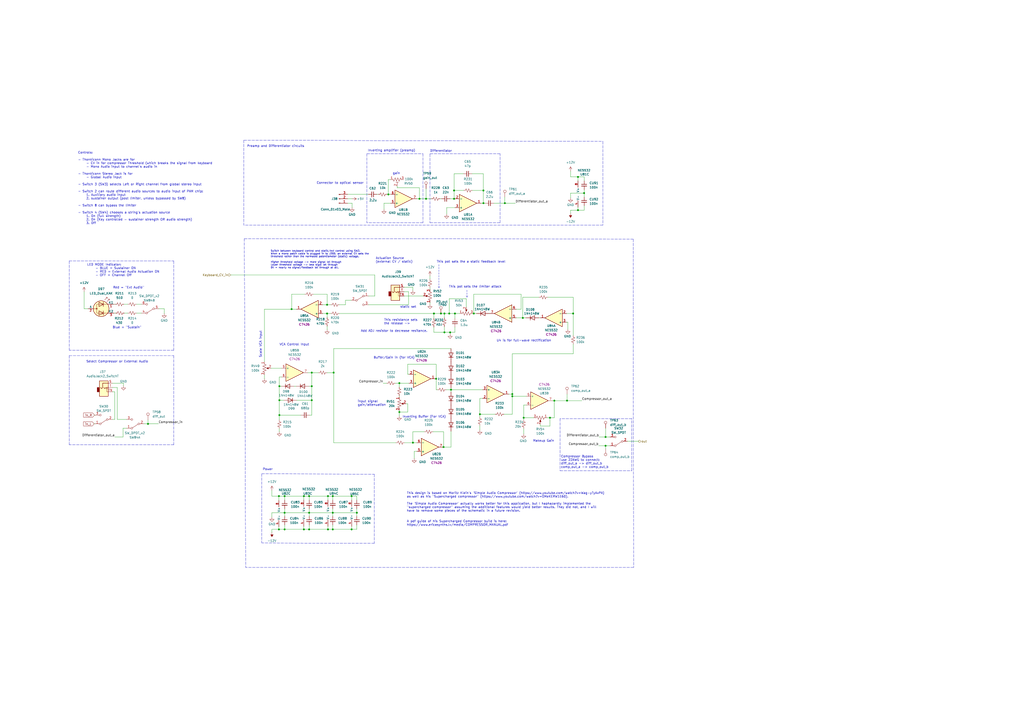
<source format=kicad_sch>
(kicad_sch (version 20250114) (generator "eeschema") (generator_version "9.0")
  (paper "A2")
  (text "Red = \"Ext Audio\"" (at 65.532 167.64 0) (effects (font (size 1.27 1.27)) (justify left bottom)))
  (text "Controls:\n\n- Thonkiconn Mono Jacks are for\n	- CV in for compressor Threshold (which breaks the signal from keyboard\n	- Mono Audio input to channel's audio in\n\n- Thonkiconn Stereo Jack is for\n	- Global Audio input\n\n- Switch 3 (SW3) selects Left or Right channel from global stereo input\n\n- Switch 2 can route different audio sources to audio input of PAM chip:\n	1. Auxiliary audio input\n	2. sustainer output (post limiter, unless bypassed by SW8)\n\n- Switch 8 can bypass the limiter\n\n- Switch 4 (SW4) chooses a string's actuation source\n	1. On (full strength)\n	2. On (Key controlled - sustainer strength OR audio strength)\n	3. Off" (at 45.212 130.302 0) (effects (font (size 1.27 1.27)) (justify left bottom)))
  (text "This pot sets the limiter attack" (at 260.35 167.132 0) (effects (font (size 1.27 1.27)) (justify left bottom)))
  (text "Buffer/Gain in (for VCA)" (at 216.662 208.28 0) (effects (font (size 1.27 1.27)) (justify left bottom)))
  (text "Power" (at 152.4 273.05 0) (effects (font (size 1.27 1.27)) (justify left bottom)))
  (text "This design is based on Moritz Klein's 'Simple Audio Compressor' (https://www.youtube.com/watch?v=Wag-yTyAxPA)\nas well as his \"Supercharged compressor\" (https://www.youtube.com/watch?v=OMeKERW1E60).\n\nThe 'Simple Audio Compressor' actually works better for this application, but I haphazardly implemented the \n\"supercharged compressor\" assuming the additional features would yield better results. They did not, and I will\nhave to remove some pieces of the schematic in a future revision. \n\n\nA pdf guide of his Supercharged Compressor build is here:\nhttps://www.ericasynths.lv/media/COMPRESSOR_MANUAL.pdf" (at 235.966 305.308 0) (effects (font (size 1.27 1.27)) (justify left bottom)))
  (text "Connector to optical sensor" (at 183.642 106.934 0) (effects (font (size 1.27 1.27)) (justify left bottom)))
  (text "Preamp and Differentiator circuits" (at 143.256 85.598 0) (effects (font (size 1.27 1.27)) (justify left bottom)))
  (text "Compressor Bypass\nuse 22AWG to connect:\ndiff_out_a -> diff_out_b\ncomp_out_a -> comp_out_b" (at 325.374 271.78 0) (effects (font (size 1.27 1.27)) (justify left bottom)))
  (text "Actuation Source\n(external CV / static)" (at 217.932 152.654 0) (effects (font (size 1.27 1.27)) (justify left bottom)))
  (text "VCA Control Input" (at 162.052 200.66 0) (effects (font (size 1.27 1.27)) (justify left bottom)))
  (text "<--" (at 271.526 168.148 90) (effects (font (size 1.27 1.27)) (justify right bottom)))
  (text "Select Compressor or External Audio" (at 50.038 210.566 0) (effects (font (size 1.27 1.27)) (justify left bottom)))
  (text "Scale VCA input" (at 151.892 207.518 90) (effects (font (size 1.27 1.27)) (justify left bottom)))
  (text "Add ADJ resistor to decrease resitance." (at 209.296 192.786 0) (effects (font (size 1.27 1.27)) (justify left bottom)))
  (text "gain" (at 227.838 101.346 0) (effects (font (size 1.27 1.27)) (justify left bottom)))
  (text "LED MODE Indicator:\n	- BLUE = Sustainer ON\n	- RED = External Audio Actuation ON\n	- OFF = Channel Off" (at 50.546 160.528 0) (effects (font (size 1.27 1.27)) (justify left bottom)))
  (text "Makeup Gain\n" (at 309.118 256.54 0) (effects (font (size 1.27 1.27)) (justify left bottom)))
  (text "Differentiator" (at 249.428 88.392 0) (effects (font (size 1.27 1.27)) (justify left bottom)))
  (text "This resistance sets\nthe release ->" (at 222.758 188.468 0) (effects (font (size 1.27 1.27)) (justify left bottom)))
  (text "Blue = \"Sustain\"" (at 65.278 190.754 0) (effects (font (size 1.27 1.27)) (justify left bottom)))
  (text "Inverting amplifier (preamp)" (at 213.36 88.138 0) (effects (font (size 1.27 1.27)) (justify left bottom)))
  (text "input signal\ngain/attenuation" (at 207.518 235.712 0) (effects (font (size 1.27 1.27)) (justify left bottom)))
  (text "Inverting Buffer (For VCA)" (at 233.426 242.57 0) (effects (font (size 1.27 1.27)) (justify left bottom)))
  (text "U4 is for full-wave rectification" (at 288.036 198.374 0) (effects (font (size 1.27 1.27)) (justify left bottom)))
  (text "Switch between keyboard control and static/ext control using SW2.\nWhen a mono patch cable is plugged in to J200, an external CV sets the\nthreshold rather than the normaled potentiometer (static) voltage.\n\nHigher threshold voltage -> more signal let through\nLower threshold voltage -> less sigal let through\n0V = nearly no signal/feedback let through at all." (at 156.972 155.956 0) (effects (font (size 1 1)) (justify left bottom)))
  (text "This pot sets the a static feedback level" (at 253.238 152.654 0) (effects (font (size 1.27 1.27)) (justify left bottom)))
  (text "<--------" (at 255.27 167.64 90) (effects (font (size 1.27 1.27)) (justify left bottom)))
  (text "static set" (at 232.156 178.816 0) (effects (font (size 1.27 1.27)) (justify left bottom)))
  (junction (at 351.282 253.492))
  (junction (at 190.246 287.782))
  (junction (at 255.778 181.864))
  (junction (at 203.962 307.086))
  (junction (at 193.04 297.434))
  (junction (at 165.1 287.782))
  (junction (at 193.548 216.154))
  (junction (at 257.81 192.786))
  (junction (at 292.862 117.856))
  (junction (at 274.828 181.864))
  (junction (at 321.564 232.41))
  (junction (at 261.62 226.06))
  (junction (at 85.852 245.872))
  (junction (at 261.112 192.786))
  (junction (at 351.282 258.572))
  (junction (at 176.276 307.086))
  (junction (at 335.28 121.92))
  (junction (at 193.04 287.782))
  (junction (at 179.324 307.086))
  (junction (at 203.962 287.782))
  (junction (at 189.738 181.864))
  (junction (at 297.18 228.6))
  (junction (at 335.28 102.616))
  (junction (at 207.01 297.434))
  (junction (at 332.486 181.864))
  (junction (at 162.052 224.028))
  (junction (at 180.848 224.028))
  (junction (at 263.398 115.316))
  (junction (at 231.648 222.25))
  (junction (at 180.848 216.154))
  (junction (at 165.1 297.434))
  (junction (at 190.246 307.086))
  (junction (at 162.052 240.792))
  (junction (at 162.052 232.156))
  (junction (at 319.024 242.316))
  (junction (at 179.324 297.434))
  (junction (at 257.81 181.864))
  (junction (at 161.798 307.086))
  (junction (at 297.18 229.87))
  (junction (at 303.784 242.316))
  (junction (at 161.798 287.782))
  (junction (at 251.714 181.864))
  (junction (at 231.648 239.014))
  (junction (at 338.836 112.014))
  (junction (at 278.384 240.284))
  (junction (at 303.276 184.404))
  (junction (at 243.332 115.316))
  (junction (at 239.522 256.794))
  (junction (at 263.398 110.49))
  (junction (at 252.984 219.71))
  (junction (at 169.164 179.324))
  (junction (at 257.302 259.334))
  (junction (at 165.1 307.086))
  (junction (at 225.298 112.776))
  (junction (at 280.416 110.49))
  (junction (at 193.04 307.086))
  (junction (at 328.93 232.41))
  (junction (at 176.276 287.782))
  (junction (at 260.604 181.864))
  (junction (at 263.906 181.864))
  (junction (at 189.738 176.784))
  (junction (at 180.848 232.156))
  (junction (at 280.416 117.856))
  (junction (at 179.324 287.782))
  (junction (at 247.142 115.316))
  (wire (pts (xy 234.442 169.164) (xy 236.982 169.164)))
  (wire (pts (xy 157.734 284.48) (xy 157.734 287.782)))
  (polyline (pts (xy 40.132 206.248) (xy 100.838 206.248)) (stroke (width 0) (type dash)))
  (wire (pts (xy 157.734 297.434) (xy 165.1 297.434)))
  (wire (pts (xy 252.984 219.71) (xy 252.476 219.71)))
  (wire (pts (xy 255.778 181.864) (xy 257.81 181.864)))
  (wire (pts (xy 261.62 202.184) (xy 193.548 202.184)))
  (wire (pts (xy 257.302 259.334) (xy 257.302 250.444)))
  (wire (pts (xy 153.416 217.424) (xy 153.416 219.71)))
  (wire (pts (xy 174.498 240.792) (xy 162.052 240.792)))
  (wire (pts (xy 92.202 179.07) (xy 95.25 179.07)))
  (wire (pts (xy 179.324 297.434) (xy 179.324 299.466)))
  (wire (pts (xy 179.324 297.434) (xy 193.04 297.434)))
  (wire (pts (xy 280.416 117.856) (xy 281.432 117.856)))
  (wire (pts (xy 161.798 290.322) (xy 161.798 287.782)))
  (wire (pts (xy 274.828 181.864) (xy 276.352 181.864)))
  (wire (pts (xy 153.416 209.804) (xy 153.416 179.324)))
  (wire (pts (xy 303.784 242.316) (xy 309.626 242.316)))
  (wire (pts (xy 249.428 160.02) (xy 249.428 161.798)))
  (wire (pts (xy 251.714 192.786) (xy 257.81 192.786)))
  (wire (pts (xy 330.962 112.014) (xy 338.836 112.014)))
  (wire (pts (xy 274.828 170.688) (xy 274.828 181.864)))
  (wire (pts (xy 201.676 112.776) (xy 213.614 112.776)))
  (wire (pts (xy 190.246 305.308) (xy 190.246 307.086)))
  (wire (pts (xy 162.052 232.156) (xy 162.052 224.028)))
  (wire (pts (xy 261.112 115.316) (xy 263.398 115.316)))
  (wire (pts (xy 321.564 242.316) (xy 321.564 232.41)))
  (wire (pts (xy 162.052 224.028) (xy 163.068 224.028)))
  (wire (pts (xy 302.26 170.688) (xy 302.26 179.324)))
  (wire (pts (xy 328.93 232.41) (xy 337.566 232.41)))
  (wire (pts (xy 283.972 181.864) (xy 284.226 181.864)))
  (wire (pts (xy 274.32 181.864) (xy 274.828 181.864)))
  (wire (pts (xy 74.168 181.61) (xy 72.136 181.61)))
  (wire (pts (xy 196.85 181.864) (xy 251.714 181.864)))
  (wire (pts (xy 95.25 179.07) (xy 95.25 181.864)))
  (wire (pts (xy 153.416 179.324) (xy 169.164 179.324)))
  (wire (pts (xy 66.548 253.492) (xy 71.374 253.492)))
  (wire (pts (xy 261.112 192.786) (xy 263.906 192.786)))
  (wire (pts (xy 236.474 234.188) (xy 236.474 239.014)))
  (wire (pts (xy 189.738 181.864) (xy 191.77 181.864)))
  (wire (pts (xy 338.836 102.616) (xy 338.836 104.902)))
  (wire (pts (xy 280.416 110.49) (xy 280.416 117.856)))
  (wire (pts (xy 335.28 102.616) (xy 338.836 102.616)))
  (wire (pts (xy 67.056 181.61) (xy 66.294 181.61)))
  (wire (pts (xy 263.398 100.838) (xy 263.398 110.49)))
  (polyline (pts (xy 212.852 89.154) (xy 212.852 129.286)) (stroke (width 0) (type dash)))
  (wire (pts (xy 260.604 173.228) (xy 260.604 181.864)))
  (wire (pts (xy 259.08 120.396) (xy 259.08 124.206)))
  (wire (pts (xy 193.04 307.086) (xy 190.246 307.086)))
  (wire (pts (xy 162.052 240.792) (xy 162.052 243.586)))
  (wire (pts (xy 207.01 297.434) (xy 207.01 299.466)))
  (wire (pts (xy 190.246 287.782) (xy 190.246 290.068)))
  (wire (pts (xy 178.562 216.154) (xy 180.848 216.154)))
  (polyline (pts (xy 100.838 151.384) (xy 100.838 203.2)) (stroke (width 0) (type dash)))
  (wire (pts (xy 91.948 245.872) (xy 85.852 245.872)))
  (wire (pts (xy 330.962 121.92) (xy 330.962 123.698)))
  (wire (pts (xy 263.398 110.49) (xy 268.986 110.49)))
  (wire (pts (xy 180.848 224.028) (xy 180.848 232.156)))
  (wire (pts (xy 169.164 170.688) (xy 169.164 179.324)))
  (polyline (pts (xy 141.478 81.28) (xy 349.758 82.042)) (stroke (width 0) (type dash)))
  (wire (pts (xy 351.282 260.35) (xy 351.282 258.572)))
  (wire (pts (xy 241.808 115.316) (xy 243.332 115.316)))
  (wire (pts (xy 303.784 248.666) (xy 303.784 251.714)))
  (wire (pts (xy 305.308 234.95) (xy 303.784 234.95)))
  (wire (pts (xy 230.378 107.95) (xy 230.378 108.966)))
  (polyline (pts (xy 324.866 242.824) (xy 324.866 273.05)) (stroke (width 0) (type dash)))
  (wire (pts (xy 329.438 186.944) (xy 329.438 191.008)))
  (wire (pts (xy 236.474 217.17) (xy 236.474 211.328)))
  (polyline (pts (xy 40.132 206.248) (xy 40.132 258.064)) (stroke (width 0) (type dash)))
  (wire (pts (xy 236.982 176.784) (xy 213.868 176.784)))
  (wire (pts (xy 231.648 239.014) (xy 231.648 241.3)))
  (wire (pts (xy 201.676 115.316) (xy 204.216 115.316)))
  (wire (pts (xy 207.01 295.148) (xy 207.01 297.434)))
  (wire (pts (xy 217.424 159.512) (xy 217.424 171.704)))
  (wire (pts (xy 165.1 304.546) (xy 165.1 307.086)))
  (wire (pts (xy 203.962 287.782) (xy 203.962 290.068)))
  (wire (pts (xy 279.146 117.856) (xy 280.416 117.856)))
  (wire (pts (xy 312.674 184.404) (xy 313.436 184.404)))
  (wire (pts (xy 171.704 224.028) (xy 170.688 224.028)))
  (wire (pts (xy 207.01 287.782) (xy 207.01 290.068)))
  (polyline (pts (xy 245.364 129.286) (xy 212.852 129.286)) (stroke (width 0) (type dash)))
  (wire (pts (xy 252.984 219.71) (xy 252.984 226.06)))
  (polyline (pts (xy 367.538 329.184) (xy 142.494 329.184)) (stroke (width 0) (type dash)))
  (wire (pts (xy 200.406 174.244) (xy 203.708 174.244)))
  (wire (pts (xy 189.738 216.154) (xy 193.548 216.154)))
  (wire (pts (xy 273.812 100.838) (xy 280.416 100.838)))
  (wire (pts (xy 235.458 234.188) (xy 236.474 234.188)))
  (wire (pts (xy 261.62 226.06) (xy 261.62 225.044)))
  (wire (pts (xy 162.052 232.156) (xy 164.592 232.156)))
  (wire (pts (xy 234.442 166.624) (xy 239.522 166.624)))
  (polyline (pts (xy 366.522 242.824) (xy 324.866 242.824)) (stroke (width 0) (type dash)))
  (wire (pts (xy 193.04 297.434) (xy 207.01 297.434)))
  (polyline (pts (xy 290.068 129.286) (xy 290.068 89.154)) (stroke (width 0) (type dash)))
  (wire (pts (xy 66.548 243.332) (xy 66.548 227.33)))
  (wire (pts (xy 330.962 121.92) (xy 335.28 121.92)))
  (wire (pts (xy 176.784 170.688) (xy 169.164 170.688)))
  (wire (pts (xy 261.62 227.33) (xy 261.62 226.06)))
  (wire (pts (xy 260.604 181.864) (xy 263.906 181.864)))
  (wire (pts (xy 247.142 109.474) (xy 247.142 115.316)))
  (wire (pts (xy 236.474 211.328) (xy 252.984 211.328)))
  (wire (pts (xy 270.51 173.228) (xy 270.51 178.054)))
  (wire (pts (xy 161.798 307.086) (xy 165.1 307.086)))
  (wire (pts (xy 193.548 256.794) (xy 229.616 256.794)))
  (wire (pts (xy 71.374 248.412) (xy 71.374 253.492)))
  (wire (pts (xy 303.784 234.95) (xy 303.784 242.316)))
  (polyline (pts (xy 40.132 151.384) (xy 100.838 151.384)) (stroke (width 0) (type dash)))
  (wire (pts (xy 187.198 181.864) (xy 189.738 181.864)))
  (wire (pts (xy 261.112 193.802) (xy 261.112 192.786)))
  (wire (pts (xy 225.298 104.14) (xy 226.568 104.14)))
  (wire (pts (xy 176.276 287.782) (xy 176.276 290.068)))
  (wire (pts (xy 162.052 224.028) (xy 162.052 218.694)))
  (wire (pts (xy 251.714 181.864) (xy 255.778 181.864)))
  (wire (pts (xy 162.052 218.694) (xy 163.322 218.694)))
  (wire (pts (xy 257.302 259.334) (xy 257.048 259.334)))
  (wire (pts (xy 299.466 184.404) (xy 303.276 184.404)))
  (wire (pts (xy 335.28 104.902) (xy 335.28 102.616)))
  (wire (pts (xy 274.828 170.688) (xy 302.26 170.688)))
  (wire (pts (xy 257.302 250.444) (xy 251.206 250.444)))
  (wire (pts (xy 193.04 297.434) (xy 193.04 299.466)))
  (wire (pts (xy 179.324 287.782) (xy 190.246 287.782)))
  (wire (pts (xy 165.1 297.434) (xy 179.324 297.434)))
  (wire (pts (xy 338.836 109.982) (xy 338.836 112.014)))
  (wire (pts (xy 319.024 242.316) (xy 317.246 242.316)))
  (polyline (pts (xy 141.732 138.43) (xy 367.284 138.684)) (stroke (width 0) (type dash)))
  (wire (pts (xy 280.416 100.838) (xy 280.416 110.49)))
  (wire (pts (xy 338.836 112.014) (xy 338.836 114.3)))
  (wire (pts (xy 297.18 205.232) (xy 297.18 228.6)))
  (wire (pts (xy 203.962 305.308) (xy 203.962 307.086)))
  (wire (pts (xy 204.216 117.856) (xy 204.216 120.396)))
  (wire (pts (xy 222.758 117.856) (xy 222.758 121.412)))
  (wire (pts (xy 157.734 307.086) (xy 161.798 307.086)))
  (polyline (pts (xy 100.838 203.2) (xy 40.132 203.2)) (stroke (width 0) (type dash)))
  (wire (pts (xy 231.648 237.998) (xy 231.648 239.014)))
  (polyline (pts (xy 151.892 274.828) (xy 217.17 275.082)) (stroke (width 0) (type dash)))
  (wire (pts (xy 157.734 307.086) (xy 157.734 308.864)))
  (wire (pts (xy 236.474 239.014) (xy 231.648 239.014)))
  (polyline (pts (xy 40.132 151.384) (xy 40.132 203.2)) (stroke (width 0) (type dash)))
  (wire (pts (xy 332.486 205.232) (xy 297.18 205.232)))
  (wire (pts (xy 187.198 176.784) (xy 189.738 176.784)))
  (wire (pts (xy 330.962 99.314) (xy 330.962 102.616)))
  (wire (pts (xy 200.406 176.784) (xy 200.406 174.244)))
  (wire (pts (xy 328.676 181.864) (xy 332.486 181.864)))
  (polyline (pts (xy 349.758 130.556) (xy 141.478 130.556)) (stroke (width 0) (type dash)))
  (wire (pts (xy 201.676 117.856) (xy 204.216 117.856)))
  (wire (pts (xy 225.298 112.776) (xy 225.298 104.14)))
  (polyline (pts (xy 366.522 273.05) (xy 366.522 242.824)) (stroke (width 0) (type dash)))
  (polyline (pts (xy 245.364 89.154) (xy 245.364 129.286)) (stroke (width 0) (type dash)))
  (wire (pts (xy 286.512 117.856) (xy 292.862 117.856)))
  (wire (pts (xy 278.384 240.284) (xy 287.274 240.284)))
  (wire (pts (xy 263.398 110.49) (xy 263.398 115.316)))
  (wire (pts (xy 180.848 224.028) (xy 179.324 224.028)))
  (polyline (pts (xy 212.852 89.154) (xy 245.364 89.154)) (stroke (width 0) (type dash)))
  (wire (pts (xy 71.628 222.25) (xy 71.628 223.774)))
  (wire (pts (xy 169.164 179.324) (xy 171.958 179.324)))
  (wire (pts (xy 257.81 189.484) (xy 257.81 192.786)))
  (wire (pts (xy 292.862 117.856) (xy 298.958 117.856)))
  (polyline (pts (xy 249.428 89.408) (xy 249.428 129.286)) (stroke (width 0) (type dash)))
  (wire (pts (xy 193.04 287.782) (xy 203.962 287.782)))
  (wire (pts (xy 189.738 184.15) (xy 189.738 181.864)))
  (wire (pts (xy 189.738 176.784) (xy 191.77 176.784)))
  (wire (pts (xy 278.384 231.14) (xy 278.384 240.284)))
  (wire (pts (xy 189.738 189.23) (xy 189.738 191.262)))
  (wire (pts (xy 332.486 172.466) (xy 332.486 181.864)))
  (wire (pts (xy 193.548 202.184) (xy 193.548 216.154)))
  (wire (pts (xy 257.302 259.334) (xy 261.62 259.334)))
  (wire (pts (xy 279.908 231.14) (xy 278.384 231.14)))
  (wire (pts (xy 161.798 287.782) (xy 165.1 287.782)))
  (polyline (pts (xy 141.732 138.43) (xy 142.494 329.184)) (stroke (width 0) (type dash)))
  (polyline (pts (xy 290.068 89.154) (xy 249.428 89.154)) (stroke (width 0) (type dash)))
  (polyline (pts (xy 367.284 138.684) (xy 367.538 329.184)) (stroke (width 0) (type dash)))
  (polyline (pts (xy 151.892 274.828) (xy 151.892 314.96)) (stroke (width 0) (type dash)))
  (wire (pts (xy 222.25 222.25) (xy 224.282 222.25)))
  (wire (pts (xy 193.04 304.546) (xy 193.04 307.086)))
  (wire (pts (xy 179.324 304.546) (xy 179.324 307.086)))
  (wire (pts (xy 297.18 229.87) (xy 305.308 229.87)))
  (wire (pts (xy 161.798 305.562) (xy 161.798 307.086)))
  (wire (pts (xy 54.61 245.872) (xy 55.118 245.872)))
  (wire (pts (xy 51.054 179.07) (xy 48.768 179.07)))
  (wire (pts (xy 297.18 240.284) (xy 297.18 229.87)))
  (wire (pts (xy 203.962 307.086) (xy 207.01 307.086)))
  (wire (pts (xy 297.18 228.6) (xy 295.148 228.6)))
  (wire (pts (xy 292.862 114.3) (xy 292.862 117.856)))
  (wire (pts (xy 165.1 295.148) (xy 165.1 297.434)))
  (wire (pts (xy 207.01 304.546) (xy 207.01 307.086)))
  (wire (pts (xy 330.962 102.616) (xy 335.28 102.616)))
  (wire (pts (xy 243.332 115.316) (xy 247.142 115.316)))
  (wire (pts (xy 332.486 181.864) (xy 332.486 194.564)))
  (wire (pts (xy 157.734 299.974) (xy 157.734 297.434)))
  (wire (pts (xy 239.522 256.794) (xy 241.808 256.794)))
  (wire (pts (xy 268.732 100.838) (xy 263.398 100.838)))
  (wire (pts (xy 231.648 222.25) (xy 231.648 224.536)))
  (wire (pts (xy 234.696 256.794) (xy 239.522 256.794)))
  (wire (pts (xy 217.424 171.704) (xy 213.868 171.704)))
  (wire (pts (xy 251.714 181.864) (xy 251.714 184.658)))
  (wire (pts (xy 165.1 287.782) (xy 165.1 290.068)))
  (wire (pts (xy 335.28 121.92) (xy 335.28 120.142)))
  (wire (pts (xy 237.236 217.17) (xy 236.474 217.17)))
  (wire (pts (xy 176.276 287.782) (xy 179.324 287.782)))
  (wire (pts (xy 313.436 247.142) (xy 319.024 247.142)))
  (wire (pts (xy 261.62 250.19) (xy 261.62 259.334)))
  (wire (pts (xy 65.278 224.79) (xy 68.072 224.79)))
  (polyline (pts (xy 217.17 275.082) (xy 217.17 315.214)) (stroke (width 0) (type dash)))
  (wire (pts (xy 252.984 211.328) (xy 252.984 219.71)))
  (wire (pts (xy 263.906 181.864) (xy 266.7 181.864)))
  (wire (pts (xy 243.332 108.966) (xy 243.332 115.316)))
  (wire (pts (xy 328.676 186.944) (xy 329.438 186.944)))
  (wire (pts (xy 85.852 245.872) (xy 83.566 245.872)))
  (wire (pts (xy 241.808 261.874) (xy 240.284 261.874)))
  (wire (pts (xy 180.848 232.156) (xy 172.212 232.156)))
  (polyline (pts (xy 100.838 206.248) (xy 100.838 258.064)) (stroke (width 0) (type dash)))
  (wire (pts (xy 193.04 287.782) (xy 193.04 290.068)))
  (wire (pts (xy 65.278 243.332) (xy 66.548 243.332)))
  (wire (pts (xy 338.836 119.38) (xy 338.836 121.92)))
  (wire (pts (xy 68.072 243.332) (xy 73.406 243.332)))
  (wire (pts (xy 162.052 248.666) (xy 162.052 250.444)))
  (wire (pts (xy 203.962 287.782) (xy 207.01 287.782)))
  (wire (pts (xy 321.564 232.41) (xy 328.93 232.41)))
  (wire (pts (xy 179.324 295.148) (xy 179.324 297.434)))
  (polyline (pts (xy 324.866 273.05) (xy 366.522 273.05)) (stroke (width 0) (type dash)))
  (wire (pts (xy 351.282 253.492) (xy 353.822 253.492)))
  (wire (pts (xy 196.85 176.784) (xy 200.406 176.784)))
  (wire (pts (xy 278.384 249.428) (xy 278.384 246.888)))
  (wire (pts (xy 370.586 256.032) (xy 363.982 256.032)))
  (wire (pts (xy 73.406 248.412) (xy 71.374 248.412)))
  (wire (pts (xy 165.1 307.086) (xy 176.276 307.086)))
  (wire (pts (xy 236.982 169.164) (xy 236.982 176.784)))
  (wire (pts (xy 176.276 307.086) (xy 179.324 307.086)))
  (wire (pts (xy 165.1 287.782) (xy 176.276 287.782)))
  (wire (pts (xy 351.282 258.572) (xy 353.822 258.572)))
  (wire (pts (xy 321.564 232.41) (xy 320.548 232.41)))
  (wire (pts (xy 330.962 114.808) (xy 330.962 112.014)))
  (wire (pts (xy 263.906 120.396) (xy 259.08 120.396)))
  (wire (pts (xy 263.906 192.786) (xy 263.906 189.738)))
  (polyline (pts (xy 249.428 89.154) (xy 249.428 89.408)) (stroke (width 0) (type dash)))
  (wire (pts (xy 303.276 184.404) (xy 305.054 184.404)))
  (wire (pts (xy 179.324 287.782) (xy 179.324 290.068)))
  (wire (pts (xy 255.27 115.316) (xy 256.032 115.316)))
  (wire (pts (xy 193.548 216.154) (xy 193.548 256.794)))
  (wire (pts (xy 225.298 112.776) (xy 224.536 112.776)))
  (wire (pts (xy 157.226 213.614) (xy 163.322 213.614)))
  (wire (pts (xy 65.278 222.25) (xy 71.628 222.25)))
  (wire (pts (xy 74.168 176.53) (xy 71.882 176.53)))
  (wire (pts (xy 247.142 115.316) (xy 250.19 115.316)))
  (wire (pts (xy 162.052 240.792) (xy 162.052 232.156)))
  (wire (pts (xy 257.81 181.864) (xy 257.81 184.404)))
  (wire (pts (xy 66.548 227.33) (xy 65.278 227.33)))
  (wire (pts (xy 219.456 112.776) (xy 218.694 112.776)))
  (wire (pts (xy 226.568 112.776) (xy 225.298 112.776)))
  (wire (pts (xy 133.858 159.512) (xy 217.424 159.512)))
  (wire (pts (xy 317.754 172.466) (xy 332.486 172.466)))
  (wire (pts (xy 179.324 307.086) (xy 190.246 307.086)))
  (wire (pts (xy 249.428 166.878) (xy 249.428 167.894)))
  (wire (pts (xy 176.276 305.308) (xy 176.276 307.086)))
  (wire (pts (xy 230.378 108.966) (xy 243.332 108.966)))
  (wire (pts (xy 231.648 230.378) (xy 231.648 229.616)))
  (wire (pts (xy 240.284 261.874) (xy 240.284 265.938)))
  (wire (pts (xy 263.906 181.864) (xy 263.906 184.658)))
  (wire (pts (xy 165.1 297.434) (xy 165.1 299.466)))
  (wire (pts (xy 66.802 176.53) (xy 66.294 176.53)))
  (wire (pts (xy 347.218 258.572) (xy 351.282 258.572)))
  (wire (pts (xy 313.436 247.142) (xy 313.436 246.126)))
  (polyline (pts (xy 141.478 81.28) (xy 141.478 130.556)) (stroke (width 0) (type dash)))
  (wire (pts (xy 229.362 222.25) (xy 231.648 222.25)))
  (wire (pts (xy 180.848 216.154) (xy 180.848 224.028)))
  (wire (pts (xy 85.852 243.586) (xy 85.852 245.872)))
  (wire (pts (xy 319.024 242.316) (xy 321.564 242.316)))
  (wire (pts (xy 257.81 181.864) (xy 260.604 181.864)))
  (wire (pts (xy 328.93 228.6) (xy 328.93 232.41)))
  (wire (pts (xy 303.276 184.404) (xy 303.276 172.466)))
  (wire (pts (xy 180.848 240.792) (xy 179.578 240.792)))
  (polyline (pts (xy 100.838 258.064) (xy 40.132 258.064)) (stroke (width 0) (type dash)))
  (wire (pts (xy 335.28 121.92) (xy 338.836 121.92)))
  (wire (pts (xy 237.236 222.25) (xy 231.648 222.25)))
  (wire (pts (xy 190.246 287.782) (xy 193.04 287.782)))
  (wire (pts (xy 270.51 173.228) (xy 260.604 173.228)))
  (wire (pts (xy 193.04 295.148) (xy 193.04 297.434)))
  (wire (pts (xy 347.472 253.492) (xy 351.282 253.492)))
  (wire (pts (xy 203.962 307.086) (xy 193.04 307.086)))
  (wire (pts (xy 82.042 176.53) (xy 79.248 176.53)))
  (wire (pts (xy 189.738 176.784) (xy 189.738 170.688)))
  (wire (pts (xy 303.276 172.466) (xy 312.674 172.466)))
  (wire (pts (xy 303.784 242.316) (xy 303.784 243.586)))
  (wire (pts (xy 351.282 248.412) (xy 351.282 253.492)))
  (wire (pts (xy 82.042 181.61) (xy 79.248 181.61)))
  (wire (pts (xy 226.568 117.856) (xy 222.758 117.856)))
  (wire (pts (xy 332.486 199.644) (xy 332.486 205.232)))
  (wire (pts (xy 292.354 240.284) (xy 297.18 240.284)))
  (wire (pts (xy 302.26 179.324) (xy 299.466 179.324)))
  (wire (pts (xy 261.62 226.06) (xy 279.908 226.06)))
  (wire (pts (xy 54.864 240.792) (xy 55.118 240.792)))
  (wire (pts (xy 246.126 250.444) (xy 239.522 250.444)))
  (wire (pts (xy 157.734 287.782) (xy 161.798 287.782)))
  (wire (pts (xy 297.18 229.87) (xy 297.18 228.6)))
  (wire (pts (xy 180.848 232.156) (xy 180.848 240.792)))
  (wire (pts (xy 48.768 169.164) (xy 48.768 179.07)))
  (wire (pts (xy 68.072 224.79) (xy 68.072 243.332)))
  (polyline (pts (xy 217.17 315.214) (xy 151.892 314.96)) (stroke (width 0) (type dash)))
  (wire (pts (xy 251.714 189.738) (xy 251.714 192.786)))
  (wire (pts (xy 239.522 166.624) (xy 239.522 168.402)))
  (wire (pts (xy 249.428 176.53) (xy 249.428 175.514)))
  (wire (pts (xy 319.024 242.316) (xy 319.024 247.142)))
  (wire (pts (xy 252.984 226.06) (xy 253.746 226.06)))
  (wire (pts (xy 258.826 226.06) (xy 261.62 226.06)))
  (wire (pts (xy 239.522 250.444) (xy 239.522 256.794)))
  (wire (pts (xy 189.738 170.688) (xy 181.864 170.688)))
  (polyline (pts (xy 349.758 82.042) (xy 349.758 130.556)) (stroke (width 0) (type dash)))
  (wire (pts (xy 274.066 110.49) (xy 280.416 110.49)))
  (wire (pts (xy 278.384 240.284) (xy 278.384 241.808)))
  (wire (pts (xy 234.442 171.704) (xy 245.618 171.704)))
  (wire (pts (xy 257.81 192.786) (xy 261.112 192.786)))
  (wire (pts (xy 180.848 216.154) (xy 184.658 216.154)))
  (polyline (pts (xy 249.428 129.286) (xy 290.068 129.286)) (stroke (width 0) (type dash)))
  (wire (pts (xy 263.398 115.316) (xy 263.906 115.316)))
  (label "Differentiator_out_a" (at 66.548 253.492 180))
  (label "Compressor_out_a" (at 337.566 232.41 0))
  (label "Compressor_in" (at 91.948 245.872 0))
  (label "Compressor_in" (at 222.25 222.25 180))
  (label "Compressor_out_b" (at 347.218 258.572 180))
  (label "Differentiator_out_b" (at 347.472 253.492 180))
  (label "Differentiator_out_a" (at 298.958 117.856 0))
  (global_label "in_L" (shape input) (at 54.61 245.872 180) (property "Intersheetrefs" "${INTERSHEET_REFS}" (effects (hide yes))))
  (global_label "in_R" (shape input) (at 54.864 240.792 180) (property "Intersheetrefs" "${INTERSHEET_REFS}" (effects (hide yes))))
  (hierarchical_label "out" (shape output) (at 370.586 256.032 0))
  (hierarchical_label "Keyboard_CV_in" (shape input) (at 133.858 159.512 180))
  (symbol (lib_id "1A_Favorites:R_0603_SMD") (at 69.596 181.61 90) (unit 1)
    (property "Reference" "R24" (at 69.088 184.658 90))
    (property "Value" "430" (at 69.088 187.198 90))
    (property "Footprint" "Resistor_SMD:R_0603_1608Metric" (effects (hide yes)))
    (instances (project "" (path "" (reference "R212") (unit 1)) (path "" (reference "R108") (unit 1)) (path "" (reference "R31") (unit 1)) (path "" (reference "R290") (unit 1)) (path "" (reference "R134") (unit 1)) (path "" (reference "R160") (unit 1)) (path "" (reference "R264") (unit 1)) (path "" (reference "R186") (unit 1)) (path "" (reference "R24") (unit 1)) (path "" (reference "R238") (unit 1)) (path "" (reference "R57") (unit 1)) (path "" (reference "R82") (unit 1))))
  )
  (symbol (lib_id "power:GND") (at 231.648 241.3 0) (unit 1)
    (property "Reference" "#PWR0132" (effects (hide yes)))
    (property "Value" "GND" (at 236.474 243.332 0))
    (instances (project "" (path "" (reference "#PWR0325") (unit 1)) (path "" (reference "#PWR0225") (unit 1)) (path "" (reference "#PWR0158") (unit 1)) (path "" (reference "#PWR0400") (unit 1)) (path "" (reference "#PWR0250") (unit 1)) (path "" (reference "#PWR0275") (unit 1)) (path "" (reference "#PWR0375") (unit 1)) (path "" (reference "#PWR0300") (unit 1)) (path "" (reference "#PWR0132") (unit 1)) (path "" (reference "#PWR0350") (unit 1)) (path "" (reference "#PWR0175") (unit 1)) (path "" (reference "#PWR0200") (unit 1))))
  )
  (symbol (lib_id "1A_Favorites:NE5532") (at 170.942 216.154 0) (unit 2)
    (property "Reference" "U5" (at 170.942 203.2 0))
    (property "Value" "NE5532" (at 170.942 205.74 0))
    (property "Footprint" "Package_SO:SOP-8_3.76x4.96mm_P1.27mm" (effects (hide yes)))
    (property "Datasheet" "http://www.ti.com/lit/ds/symlink/ne5532.pdf" (effects (hide yes)))
    (property "LCSC" "C7426" (at 170.942 208.28 0))
    (instances (project "" (path "" (reference "U85") (unit 2)) (path "" (reference "U45") (unit 2)) (path "" (reference "U15") (unit 2)) (path "" (reference "U115") (unit 2)) (path "" (reference "U55") (unit 2)) (path "" (reference "U65") (unit 2)) (path "" (reference "U105") (unit 2)) (path "" (reference "U75") (unit 2)) (path "" (reference "U5") (unit 2)) (path "" (reference "U95") (unit 2)) (path "" (reference "U25") (unit 2)) (path "" (reference "U35") (unit 2))))
  )
  (symbol (lib_id "Connector:AudioJack2_SwitchT") (at 229.362 169.164 0) (unit 1)
    (property "Reference" "J200" (at 230.886 157.734 0))
    (property "Value" "AudioJack2_SwitchT" (at 230.886 160.274 0))
    (property "Footprint" "AudioJacks:Jack_3.5mm_QingPu_WQP-PJ301M-12_Vertical" (effects (hide yes)))
    (instances (project "" (path "" (reference "J39") (unit 1)) (path "" (reference "J27") (unit 1)) (path "" (reference "J18") (unit 1)) (path "" (reference "J48") (unit 1)) (path "" (reference "J30") (unit 1)) (path "" (reference "J33") (unit 1)) (path "" (reference "J45") (unit 1)) (path "" (reference "J36") (unit 1)) (path "" (reference "J200") (unit 1)) (path "" (reference "J42") (unit 1)) (path "" (reference "J21") (unit 1)) (path "" (reference "J24") (unit 1))))
  )
  (symbol (lib_id "Connector:TestPoint") (at 85.852 243.586 0) (unit 1)
    (property "Reference" "TP4" (at 88.392 239.0139 0) (effects (justify left)))
    (property "Value" "diff_out" (at 88.392 241.5539 0) (effects (justify left)))
    (property "Footprint" "TestPoint:TestPoint_THTPad_D2.0mm_Drill1.0mm" (effects (hide yes)))
    (instances (project "" (path "" (reference "TP58") (unit 1)) (path "" (reference "TP30") (unit 1)) (path "" (reference "TP9") (unit 1)) (path "" (reference "TP79") (unit 1)) (path "" (reference "TP37") (unit 1)) (path "" (reference "TP44") (unit 1)) (path "" (reference "TP72") (unit 1)) (path "" (reference "TP51") (unit 1)) (path "" (reference "TP4") (unit 1)) (path "" (reference "TP65") (unit 1)) (path "" (reference "TP16") (unit 1)) (path "" (reference "TP23") (unit 1))))
  )
  (symbol (lib_id "power:GND") (at 153.416 219.71 0) (unit 1)
    (property "Reference" "#PWR0130" (effects (hide yes)))
    (property "Value" "GND" (at 158.242 221.742 0))
    (instances (project "" (path "" (reference "#PWR0324") (unit 1)) (path "" (reference "#PWR0224") (unit 1)) (path "" (reference "#PWR0151") (unit 1)) (path "" (reference "#PWR0399") (unit 1)) (path "" (reference "#PWR0249") (unit 1)) (path "" (reference "#PWR0274") (unit 1)) (path "" (reference "#PWR0374") (unit 1)) (path "" (reference "#PWR0299") (unit 1)) (path "" (reference "#PWR0130") (unit 1)) (path "" (reference "#PWR0349") (unit 1)) (path "" (reference "#PWR0174") (unit 1)) (path "" (reference "#PWR0199") (unit 1))))
  )
  (symbol (lib_id "1A_Favorites:R_0603_SMD") (at 278.384 244.348 180) (unit 1)
    (property "Reference" "R11" (at 280.924 243.0779 0) (effects (justify right)))
    (property "Value" "10k" (at 280.924 245.6179 0) (effects (justify right)))
    (property "Footprint" "Resistor_SMD:R_0603_1608Metric" (effects (hide yes)))
    (instances (project "" (path "" (reference "R232") (unit 1)) (path "" (reference "R128") (unit 1)) (path "" (reference "R51") (unit 1)) (path "" (reference "R310") (unit 1)) (path "" (reference "R154") (unit 1)) (path "" (reference "R180") (unit 1)) (path "" (reference "R284") (unit 1)) (path "" (reference "R206") (unit 1)) (path "" (reference "R11") (unit 1)) (path "" (reference "R258") (unit 1)) (path "" (reference "R76") (unit 1)) (path "" (reference "R102") (unit 1))))
  )
  (symbol (lib_id "1A_Favorites:C_0603_SMD") (at 179.324 302.006 0) (unit 1)
    (property "Reference" "CU6" (at 182.372 300.7422 0) (effects (justify left)))
    (property "Value" "100n" (at 182.372 303.2822 0) (effects (justify left)))
    (property "Footprint" "Capacitor_SMD:C_0603_1608Metric" (effects (hide yes)))
    (instances (project "" (path "" (reference "CU86") (unit 1)) (path "" (reference "CU46") (unit 1)) (path "" (reference "CU16") (unit 1)) (path "" (reference "CU116") (unit 1)) (path "" (reference "CU56") (unit 1)) (path "" (reference "CU66") (unit 1)) (path "" (reference "CU106") (unit 1)) (path "" (reference "CU76") (unit 1)) (path "" (reference "CU6") (unit 1)) (path "" (reference "CU96") (unit 1)) (path "" (reference "CU26") (unit 1)) (path "" (reference "CU36") (unit 1))))
  )
  (symbol (lib_id "1A_Favorites:C_0603_SMD") (at 338.836 107.442 0) (unit 1)
    (property "Reference" "CU1" (at 341.884 106.1782 0) (effects (justify left)))
    (property "Value" "100n" (at 341.884 108.7182 0) (effects (justify left)))
    (property "Footprint" "Capacitor_SMD:C_0603_1608Metric" (effects (hide yes)))
    (instances (project "" (path "" (reference "CU91") (unit 1)) (path "" (reference "CU51") (unit 1)) (path "" (reference "CU21") (unit 1)) (path "" (reference "CU121") (unit 1)) (path "" (reference "CU61") (unit 1)) (path "" (reference "CU71") (unit 1)) (path "" (reference "CU111") (unit 1)) (path "" (reference "CU81") (unit 1)) (path "" (reference "CU1") (unit 1)) (path "" (reference "CU101") (unit 1)) (path "" (reference "CU31") (unit 1)) (path "" (reference "CU41") (unit 1))))
  )
  (symbol (lib_id "1A_Favorites:NE5532") (at 337.82 112.522 0) (unit 3)
    (property "Reference" "U1" (at 336.55 101.092 0) (effects (justify left)))
    (property "Value" "NE5532" (at 335.026 98.806 0) (effects (justify left)))
    (property "Footprint" "Package_SO:SOP-8_3.76x4.96mm_P1.27mm" (effects (hide yes)))
    (property "Datasheet" "http://www.ti.com/lit/ds/symlink/ne5532.pdf" (effects (hide yes)))
    (property "LCSC" "C7426" (effects (hide yes)))
    (instances (project "" (path "" (reference "U81") (unit 3)) (path "" (reference "U41") (unit 3)) (path "" (reference "U11") (unit 3)) (path "" (reference "U111") (unit 3)) (path "" (reference "U51") (unit 3)) (path "" (reference "U61") (unit 3)) (path "" (reference "U101") (unit 3)) (path "" (reference "U71") (unit 3)) (path "" (reference "U1") (unit 3)) (path "" (reference "U91") (unit 3)) (path "" (reference "U21") (unit 3)) (path "" (reference "U31") (unit 3))))
  )
  (symbol (lib_id "Diode:1N4148W") (at 261.62 205.994 90) (unit 1)
    (property "Reference" "D1" (at 264.414 204.7239 90) (effects (justify right)))
    (property "Value" "1N4148W" (at 264.414 207.2639 90) (effects (justify right)))
    (property "Footprint" "Diode_SMD:D_SOD-123" (effects (hide yes)))
    (property "Datasheet" "https://www.vishay.com/docs/85748/1n4148w.pdf" (effects (hide yes)))
    (property "LCSC" "C5345962" (effects (hide yes)))
    (instances (project "" (path "" (reference "D101") (unit 1)) (path "" (reference "D53") (unit 1)) (path "" (reference "D17") (unit 1)) (path "" (reference "D137") (unit 1)) (path "" (reference "D65") (unit 1)) (path "" (reference "D77") (unit 1)) (path "" (reference "D125") (unit 1)) (path "" (reference "D89") (unit 1)) (path "" (reference "D1") (unit 1)) (path "" (reference "D113") (unit 1)) (path "" (reference "D29") (unit 1)) (path "" (reference "D41") (unit 1))))
  )
  (symbol (lib_id "Device:R_Potentiometer_US") (at 231.648 234.188 0) (unit 1)
    (property "Reference" "RV2" (at 229.108 232.9179 0) (effects (justify right)))
    (property "Value" "20k" (at 229.108 235.4579 0) (effects (justify right)))
    (property "Footprint" "Potentiometer_SMD:Potentiometer_Bourns_3314G_Vertical" (effects (hide yes)))
    (property "LCSC" "C780217" (effects (hide yes)))
    (instances (project "" (path "" (reference "RV51") (unit 1)) (path "" (reference "RV27") (unit 1)) (path "" (reference "RV9") (unit 1)) (path "" (reference "RV69") (unit 1)) (path "" (reference "RV33") (unit 1)) (path "" (reference "RV39") (unit 1)) (path "" (reference "RV63") (unit 1)) (path "" (reference "RV45") (unit 1)) (path "" (reference "RV2") (unit 1)) (path "" (reference "RV57") (unit 1)) (path "" (reference "RV15") (unit 1)) (path "" (reference "RV21") (unit 1))))
  )
  (symbol (lib_id "1A_Favorites:NE5532") (at 312.928 232.41 0) (unit 2)
    (property "Reference" "U3" (at 315.722 228.092 0))
    (property "Value" "NE5532" (at 315.722 225.552 0))
    (property "Footprint" "Package_SO:SOP-8_3.76x4.96mm_P1.27mm" (effects (hide yes)))
    (property "Datasheet" "http://www.ti.com/lit/ds/symlink/ne5532.pdf" (effects (hide yes)))
    (property "LCSC" "C7426" (at 315.722 223.012 0))
    (instances (project "" (path "" (reference "U83") (unit 2)) (path "" (reference "U43") (unit 2)) (path "" (reference "U13") (unit 2)) (path "" (reference "U113") (unit 2)) (path "" (reference "U53") (unit 2)) (path "" (reference "U63") (unit 2)) (path "" (reference "U103") (unit 2)) (path "" (reference "U73") (unit 2)) (path "" (reference "U3") (unit 2)) (path "" (reference "U93") (unit 2)) (path "" (reference "U23") (unit 2)) (path "" (reference "U33") (unit 2))))
  )
  (symbol (lib_id "Diode:1N4148W") (at 261.62 213.614 90) (unit 1)
    (property "Reference" "D2" (at 264.414 212.3439 90) (effects (justify right)))
    (property "Value" "1N4148W" (at 264.414 214.8839 90) (effects (justify right)))
    (property "Footprint" "Diode_SMD:D_SOD-123" (effects (hide yes)))
    (property "Datasheet" "https://www.vishay.com/docs/85748/1n4148w.pdf" (effects (hide yes)))
    (property "LCSC" "C5345962" (effects (hide yes)))
    (instances (project "" (path "" (reference "D102") (unit 1)) (path "" (reference "D54") (unit 1)) (path "" (reference "D18") (unit 1)) (path "" (reference "D138") (unit 1)) (path "" (reference "D66") (unit 1)) (path "" (reference "D78") (unit 1)) (path "" (reference "D126") (unit 1)) (path "" (reference "D90") (unit 1)) (path "" (reference "D2") (unit 1)) (path "" (reference "D114") (unit 1)) (path "" (reference "D30") (unit 1)) (path "" (reference "D42") (unit 1))))
  )
  (symbol (lib_id "Device:R_Potentiometer_US") (at 313.436 242.316 270) (unit 1)
    (property "Reference" "RV3" (at 313.436 248.92 90))
    (property "Value" "100k" (at 313.436 251.46 90))
    (property "Footprint" "Potentiometer_SMD:Potentiometer_Bourns_3314G_Vertical" (effects (hide yes)))
    (property "LCSC" "C780219" (effects (hide yes)))
    (instances (project "" (path "" (reference "RV54") (unit 1)) (path "" (reference "RV30") (unit 1)) (path "" (reference "RV12") (unit 1)) (path "" (reference "RV72") (unit 1)) (path "" (reference "RV36") (unit 1)) (path "" (reference "RV42") (unit 1)) (path "" (reference "RV66") (unit 1)) (path "" (reference "RV48") (unit 1)) (path "" (reference "RV3") (unit 1)) (path "" (reference "RV60") (unit 1)) (path "" (reference "RV18") (unit 1)) (path "" (reference "RV24") (unit 1))))
  )
  (symbol (lib_id "power:GND") (at 162.052 250.444 0) (unit 1)
    (property "Reference" "#PWR0137" (effects (hide yes)))
    (property "Value" "GND" (at 166.878 252.476 0))
    (instances (project "" (path "" (reference "#PWR0327") (unit 1)) (path "" (reference "#PWR0227") (unit 1)) (path "" (reference "#PWR0160") (unit 1)) (path "" (reference "#PWR0402") (unit 1)) (path "" (reference "#PWR0252") (unit 1)) (path "" (reference "#PWR0277") (unit 1)) (path "" (reference "#PWR0377") (unit 1)) (path "" (reference "#PWR0302") (unit 1)) (path "" (reference "#PWR0137") (unit 1)) (path "" (reference "#PWR0352") (unit 1)) (path "" (reference "#PWR0177") (unit 1)) (path "" (reference "#PWR0202") (unit 1))))
  )
  (symbol (lib_id "Diode:1N4148W") (at 261.62 238.76 90) (unit 1)
    (property "Reference" "D5" (at 264.414 237.4899 90) (effects (justify right)))
    (property "Value" "1N4148W" (at 264.414 240.0299 90) (effects (justify right)))
    (property "Footprint" "Diode_SMD:D_SOD-123" (effects (hide yes)))
    (property "Datasheet" "https://www.vishay.com/docs/85748/1n4148w.pdf" (effects (hide yes)))
    (property "LCSC" "C5345962" (effects (hide yes)))
    (instances (project "" (path "" (reference "D105") (unit 1)) (path "" (reference "D57") (unit 1)) (path "" (reference "D21") (unit 1)) (path "" (reference "D141") (unit 1)) (path "" (reference "D69") (unit 1)) (path "" (reference "D81") (unit 1)) (path "" (reference "D129") (unit 1)) (path "" (reference "D93") (unit 1)) (path "" (reference "D5") (unit 1)) (path "" (reference "D117") (unit 1)) (path "" (reference "D33") (unit 1)) (path "" (reference "D45") (unit 1))))
  )
  (symbol (lib_id "Connector:TestPoint") (at 328.93 228.6 0) (unit 1)
    (property "Reference" "TP7" (at 331.216 224.0279 0) (effects (justify left)))
    (property "Value" "comp_out_a" (at 331.216 226.5679 0) (effects (justify left)))
    (property "Footprint" "TestPoint:TestPoint_THTPad_D2.0mm_Drill1.0mm" (effects (hide yes)))
    (instances (project "" (path "" (reference "TP62") (unit 1)) (path "" (reference "TP34") (unit 1)) (path "" (reference "TP13") (unit 1)) (path "" (reference "TP83") (unit 1)) (path "" (reference "TP41") (unit 1)) (path "" (reference "TP48") (unit 1)) (path "" (reference "TP76") (unit 1)) (path "" (reference "TP55") (unit 1)) (path "" (reference "TP7") (unit 1)) (path "" (reference "TP69") (unit 1)) (path "" (reference "TP20") (unit 1)) (path "" (reference "TP27") (unit 1))))
  )
  (symbol (lib_id "1A_Favorites:R_0603_SMD") (at 194.31 181.864 90) (unit 1)
    (property "Reference" "R18" (at 194.31 184.404 90))
    (property "Value" "470k" (at 194.31 186.944 90))
    (property "Footprint" "Resistor_SMD:R_0603_1608Metric" (effects (hide yes)))
    (instances (project "" (path "" (reference "R220") (unit 1)) (path "" (reference "R116") (unit 1)) (path "" (reference "R39") (unit 1)) (path "" (reference "R298") (unit 1)) (path "" (reference "R142") (unit 1)) (path "" (reference "R168") (unit 1)) (path "" (reference "R272") (unit 1)) (path "" (reference "R194") (unit 1)) (path "" (reference "R18") (unit 1)) (path "" (reference "R246") (unit 1)) (path "" (reference "R65") (unit 1)) (path "" (reference "R90") (unit 1))))
  )
  (symbol (lib_id "1A_Favorites:R_0603_SMD") (at 69.342 176.53 90) (unit 1)
    (property "Reference" "R25" (at 69.342 170.18 90))
    (property "Value" "510" (at 69.342 172.72 90))
    (property "Footprint" "Resistor_SMD:R_0603_1608Metric" (effects (hide yes)))
    (instances (project "" (path "" (reference "R211") (unit 1)) (path "" (reference "R107") (unit 1)) (path "" (reference "R3") (unit 1)) (path "" (reference "R289") (unit 1)) (path "" (reference "R133") (unit 1)) (path "" (reference "R159") (unit 1)) (path "" (reference "R263") (unit 1)) (path "" (reference "R185") (unit 1)) (path "" (reference "R25") (unit 1)) (path "" (reference "R237") (unit 1)) (path "" (reference "R56") (unit 1)) (path "" (reference "R81") (unit 1))))
  )
  (symbol (lib_id "1A_Favorites:R_0603_SMD") (at 187.198 216.154 90) (unit 1)
    (property "Reference" "R23" (at 187.198 209.804 90))
    (property "Value" "2k" (at 187.198 212.344 90))
    (property "Footprint" "Resistor_SMD:R_0603_1608Metric" (effects (hide yes)))
    (instances (project "" (path "" (reference "R217") (unit 1)) (path "" (reference "R113") (unit 1)) (path "" (reference "R36") (unit 1)) (path "" (reference "R295") (unit 1)) (path "" (reference "R139") (unit 1)) (path "" (reference "R165") (unit 1)) (path "" (reference "R269") (unit 1)) (path "" (reference "R191") (unit 1)) (path "" (reference "R23") (unit 1)) (path "" (reference "R243") (unit 1)) (path "" (reference "R62") (unit 1)) (path "" (reference "R87") (unit 1))))
  )
  (symbol (lib_id "Switch:SW_DPDT_x2") (at 87.122 179.07 180) (unit 2)
    (property "Reference" "SW4" (at 86.614 174.244 0))
    (property "Value" "SW_DPDT_x2" (at 86.614 171.704 0))
    (instances (project "" (path "" (reference "SW84") (unit 2)) (path "" (reference "SW44") (unit 2)) (path "" (reference "SW14") (unit 2)) (path "" (reference "SW114") (unit 2)) (path "" (reference "SW54") (unit 2)) (path "" (reference "SW64") (unit 2)) (path "" (reference "SW104") (unit 2)) (path "" (reference "SW74") (unit 2)) (path "" (reference "SW4") (unit 2)) (path "" (reference "SW94") (unit 2)) (path "" (reference "SW24") (unit 2)) (path "" (reference "SW34") (unit 2))))
  )
  (symbol (lib_id "1A_Favorites:NE5532") (at 178.816 297.688 0) (unit 3)
    (property "Reference" "U3" (at 181.102 286.258 0) (effects (justify right)))
    (property "Value" "NE5532" (at 182.88 283.718 0) (effects (justify right)))
    (property "Footprint" "Package_SO:SOP-8_3.76x4.96mm_P1.27mm" (effects (hide yes)))
    (property "Datasheet" "http://www.ti.com/lit/ds/symlink/ne5532.pdf" (effects (hide yes)))
    (property "LCSC" "C7426" (effects (hide yes)))
    (instances (project "" (path "" (reference "U83") (unit 3)) (path "" (reference "U43") (unit 3)) (path "" (reference "U13") (unit 3)) (path "" (reference "U113") (unit 3)) (path "" (reference "U53") (unit 3)) (path "" (reference "U63") (unit 3)) (path "" (reference "U103") (unit 3)) (path "" (reference "U73") (unit 3)) (path "" (reference "U3") (unit 3)) (path "" (reference "U93") (unit 3)) (path "" (reference "U23") (unit 3)) (path "" (reference "U33") (unit 3))))
  )
  (symbol (lib_id "power:GND") (at 278.384 249.428 0) (unit 1)
    (property "Reference" "#PWR0139" (effects (hide yes)))
    (property "Value" "GND" (at 283.21 251.46 0))
    (instances (project "" (path "" (reference "#PWR0326") (unit 1)) (path "" (reference "#PWR0226") (unit 1)) (path "" (reference "#PWR0159") (unit 1)) (path "" (reference "#PWR0401") (unit 1)) (path "" (reference "#PWR0251") (unit 1)) (path "" (reference "#PWR0276") (unit 1)) (path "" (reference "#PWR0376") (unit 1)) (path "" (reference "#PWR0301") (unit 1)) (path "" (reference "#PWR0139") (unit 1)) (path "" (reference "#PWR0351") (unit 1)) (path "" (reference "#PWR0176") (unit 1)) (path "" (reference "#PWR0201") (unit 1))))
  )
  (symbol (lib_id "Switch:SW_DPDT_x2") (at 78.486 245.872 180) (unit 1)
    (property "Reference" "SW4" (at 78.232 253.746 0))
    (property "Value" "SW_DPDT_x2" (at 78.232 251.206 0))
    (property "Footprint" "Button_Switch_THT:SW_standard_DPDT_MTS" (effects (hide yes)))
    (instances (project "" (path "" (reference "SW84") (unit 1)) (path "" (reference "SW44") (unit 1)) (path "" (reference "SW14") (unit 1)) (path "" (reference "SW114") (unit 1)) (path "" (reference "SW54") (unit 1)) (path "" (reference "SW64") (unit 1)) (path "" (reference "SW104") (unit 1)) (path "" (reference "SW74") (unit 1)) (path "" (reference "SW4") (unit 1)) (path "" (reference "SW94") (unit 1)) (path "" (reference "SW24") (unit 1)) (path "" (reference "SW34") (unit 1))))
  )
  (symbol (lib_id "power:GND") (at 189.738 191.262 0) (unit 1)
    (property "Reference" "#PWR0131" (effects (hide yes)))
    (property "Value" "GND" (at 194.564 193.294 0))
    (instances (project "" (path "" (reference "#PWR0332") (unit 1)) (path "" (reference "#PWR0232") (unit 1)) (path "" (reference "#PWR0165") (unit 1)) (path "" (reference "#PWR0407") (unit 1)) (path "" (reference "#PWR0257") (unit 1)) (path "" (reference "#PWR0282") (unit 1)) (path "" (reference "#PWR0382") (unit 1)) (path "" (reference "#PWR0307") (unit 1)) (path "" (reference "#PWR0131") (unit 1)) (path "" (reference "#PWR0357") (unit 1)) (path "" (reference "#PWR0182") (unit 1)) (path "" (reference "#PWR0207") (unit 1))))
  )
  (symbol (lib_id "1A_Favorites:R_0603_SMD") (at 249.428 164.338 180) (unit 1)
    (property "Reference" "R17" (at 245.618 162.814 0))
    (property "Value" "100k" (at 245.618 165.354 0))
    (property "Footprint" "Resistor_SMD:R_0603_1608Metric" (effects (hide yes)))
    (instances (project "" (path "" (reference "R226") (unit 1)) (path "" (reference "R122") (unit 1)) (path "" (reference "R45") (unit 1)) (path "" (reference "R304") (unit 1)) (path "" (reference "R148") (unit 1)) (path "" (reference "R174") (unit 1)) (path "" (reference "R278") (unit 1)) (path "" (reference "R200") (unit 1)) (path "" (reference "R17") (unit 1)) (path "" (reference "R252") (unit 1)) (path "" (reference "R70") (unit 1)) (path "" (reference "R96") (unit 1))))
  )
  (symbol (lib_id "1A_Favorites:R_0603_SMD") (at 76.708 176.53 90) (unit 1)
    (property "Reference" "R27" (at 76.708 170.18 90))
    (property "Value" "0" (at 76.708 172.72 90))
    (property "Footprint" "Resistor_SMD:R_0603_1608Metric" (effects (hide yes)))
    (instances (project "" (path "" (reference "R213") (unit 1)) (path "" (reference "R109") (unit 1)) (path "" (reference "R32") (unit 1)) (path "" (reference "R291") (unit 1)) (path "" (reference "R135") (unit 1)) (path "" (reference "R161") (unit 1)) (path "" (reference "R265") (unit 1)) (path "" (reference "R187") (unit 1)) (path "" (reference "R27") (unit 1)) (path "" (reference "R239") (unit 1)) (path "" (reference "R58") (unit 1)) (path "" (reference "R83") (unit 1))))
  )
  (symbol (lib_id "1A_Favorites:R_0603_SMD") (at 332.486 197.104 0) (unit 1)
    (property "Reference" "R13" (at 334.264 195.8339 0) (effects (justify left)))
    (property "Value" "100k" (at 334.264 198.3739 0) (effects (justify left)))
    (property "Footprint" "Resistor_SMD:R_0603_1608Metric" (effects (hide yes)))
    (instances (project "" (path "" (reference "R236") (unit 1)) (path "" (reference "R132") (unit 1)) (path "" (reference "R55") (unit 1)) (path "" (reference "R314") (unit 1)) (path "" (reference "R158") (unit 1)) (path "" (reference "R184") (unit 1)) (path "" (reference "R288") (unit 1)) (path "" (reference "R210") (unit 1)) (path "" (reference "R13") (unit 1)) (path "" (reference "R262") (unit 1)) (path "" (reference "R80") (unit 1)) (path "" (reference "R106") (unit 1))))
  )
  (symbol (lib_id "1A_Favorites:R_0603_SMD") (at 76.708 181.61 90) (unit 1)
    (property "Reference" "R26" (at 76.708 184.658 90))
    (property "Value" "0" (at 76.708 187.198 90))
    (property "Footprint" "Resistor_SMD:R_0603_1608Metric" (effects (hide yes)))
    (instances (project "" (path "" (reference "R214") (unit 1)) (path "" (reference "R110") (unit 1)) (path "" (reference "R33") (unit 1)) (path "" (reference "R292") (unit 1)) (path "" (reference "R136") (unit 1)) (path "" (reference "R162") (unit 1)) (path "" (reference "R266") (unit 1)) (path "" (reference "R188") (unit 1)) (path "" (reference "R26") (unit 1)) (path "" (reference "R240") (unit 1)) (path "" (reference "R59") (unit 1)) (path "" (reference "R84") (unit 1))))
  )
  (symbol (lib_id "power:-12V") (at 330.962 123.698 180) (unit 1)
    (property "Reference" "#PWR0146" (effects (hide yes)))
    (property "Value" "-12V" (at 330.962 128.524 0))
    (instances (project "" (path "" (reference "#PWR0345") (unit 1)) (path "" (reference "#PWR0245") (unit 1)) (path "" (reference "#PWR0154") (unit 1)) (path "" (reference "#PWR0420") (unit 1)) (path "" (reference "#PWR0270") (unit 1)) (path "" (reference "#PWR0295") (unit 1)) (path "" (reference "#PWR0395") (unit 1)) (path "" (reference "#PWR0320") (unit 1)) (path "" (reference "#PWR0146") (unit 1)) (path "" (reference "#PWR0370") (unit 1)) (path "" (reference "#PWR0195") (unit 1)) (path "" (reference "#PWR0220") (unit 1))))
  )
  (symbol (lib_id "1A_Favorites:C_0603_SMD") (at 271.272 100.838 90) (unit 1)
    (property "Reference" "C3" (at 271.2783 93.726 90))
    (property "Value" "47p" (at 271.2783 96.266 90))
    (property "Footprint" "Capacitor_SMD:C_0603_1608Metric" (effects (hide yes)))
    (instances (project "" (path "" (reference "C65") (unit 1)) (path "" (reference "C41") (unit 1)) (path "" (reference "C23") (unit 1)) (path "" (reference "C83") (unit 1)) (path "" (reference "C47") (unit 1)) (path "" (reference "C53") (unit 1)) (path "" (reference "C77") (unit 1)) (path "" (reference "C59") (unit 1)) (path "" (reference "C3") (unit 1)) (path "" (reference "C71") (unit 1)) (path "" (reference "C29") (unit 1)) (path "" (reference "C35") (unit 1))))
  )
  (symbol (lib_id "power:GND") (at 249.428 176.53 0) (unit 1)
    (property "Reference" "#PWR0134" (effects (hide yes)))
    (property "Value" "GND" (at 245.364 176.276 0))
    (instances (project "" (path "" (reference "#PWR0330") (unit 1)) (path "" (reference "#PWR0230") (unit 1)) (path "" (reference "#PWR0163") (unit 1)) (path "" (reference "#PWR0405") (unit 1)) (path "" (reference "#PWR0255") (unit 1)) (path "" (reference "#PWR0280") (unit 1)) (path "" (reference "#PWR0380") (unit 1)) (path "" (reference "#PWR0305") (unit 1)) (path "" (reference "#PWR0134") (unit 1)) (path "" (reference "#PWR0355") (unit 1)) (path "" (reference "#PWR0180") (unit 1)) (path "" (reference "#PWR0205") (unit 1))))
  )
  (symbol (lib_id "power:+12V") (at 330.962 99.314 0) (unit 1)
    (property "Reference" "#PWR0144" (effects (hide yes)))
    (property "Value" "+12V" (at 330.962 94.234 0))
    (instances (project "" (path "" (reference "#PWR0341") (unit 1)) (path "" (reference "#PWR0241") (unit 1)) (path "" (reference "#PWR0152") (unit 1)) (path "" (reference "#PWR0416") (unit 1)) (path "" (reference "#PWR0266") (unit 1)) (path "" (reference "#PWR0291") (unit 1)) (path "" (reference "#PWR0391") (unit 1)) (path "" (reference "#PWR0316") (unit 1)) (path "" (reference "#PWR0144") (unit 1)) (path "" (reference "#PWR0366") (unit 1)) (path "" (reference "#PWR0191") (unit 1)) (path "" (reference "#PWR0216") (unit 1))))
  )
  (symbol (lib_id "1A_Favorites:C_0603_SMD") (at 207.01 302.006 0) (unit 1)
    (property "Reference" "CU10" (at 210.058 300.7422 0) (effects (justify left)))
    (property "Value" "100n" (at 210.058 303.2822 0) (effects (justify left)))
    (property "Footprint" "Capacitor_SMD:C_0603_1608Metric" (effects (hide yes)))
    (instances (project "" (path "" (reference "CU90") (unit 1)) (path "" (reference "CU50") (unit 1)) (path "" (reference "CU20") (unit 1)) (path "" (reference "CU120") (unit 1)) (path "" (reference "CU60") (unit 1)) (path "" (reference "CU70") (unit 1)) (path "" (reference "CU110") (unit 1)) (path "" (reference "CU80") (unit 1)) (path "" (reference "CU10") (unit 1)) (path "" (reference "CU100") (unit 1)) (path "" (reference "CU30") (unit 1)) (path "" (reference "CU40") (unit 1))))
  )
  (symbol (lib_id "Diode:1N4148W") (at 261.62 231.14 90) (unit 1)
    (property "Reference" "D4" (at 264.414 229.8699 90) (effects (justify right)))
    (property "Value" "1N4148W" (at 264.414 232.4099 90) (effects (justify right)))
    (property "Footprint" "Diode_SMD:D_SOD-123" (effects (hide yes)))
    (property "Datasheet" "https://www.vishay.com/docs/85748/1n4148w.pdf" (effects (hide yes)))
    (property "LCSC" "C5345962" (effects (hide yes)))
    (instances (project "" (path "" (reference "D104") (unit 1)) (path "" (reference "D56") (unit 1)) (path "" (reference "D20") (unit 1)) (path "" (reference "D140") (unit 1)) (path "" (reference "D68") (unit 1)) (path "" (reference "D80") (unit 1)) (path "" (reference "D128") (unit 1)) (path "" (reference "D92") (unit 1)) (path "" (reference "D4") (unit 1)) (path "" (reference "D116") (unit 1)) (path "" (reference "D32") (unit 1)) (path "" (reference "D44") (unit 1))))
  )
  (symbol (lib_id "1A_Favorites:R_0603_SMD") (at 271.526 110.49 90) (unit 1)
    (property "Reference" "R4" (at 271.526 103.886 90))
    (property "Value" "100k" (at 271.526 106.426 90))
    (property "Footprint" "Resistor_SMD:R_0603_1608Metric" (effects (hide yes)))
    (instances (project "" (path "" (reference "R231") (unit 1)) (path "" (reference "R127") (unit 1)) (path "" (reference "R50") (unit 1)) (path "" (reference "R309") (unit 1)) (path "" (reference "R153") (unit 1)) (path "" (reference "R179") (unit 1)) (path "" (reference "R283") (unit 1)) (path "" (reference "R205") (unit 1)) (path "" (reference "R4") (unit 1)) (path "" (reference "R257") (unit 1)) (path "" (reference "R75") (unit 1)) (path "" (reference "R101") (unit 1))))
  )
  (symbol (lib_id "Device:LED_Dual_KAK") (at 58.674 179.07 0) (unit 1)
    (property "Reference" "D12" (at 58.7375 167.64 0))
    (property "Value" "LED_Dual_KAK" (at 58.7375 170.18 0))
    (property "Footprint" "LED_THT:LED_D3.0mm-3" (effects (hide yes)))
    (instances (project "" (path "" (reference "D97") (unit 1)) (path "" (reference "D49") (unit 1)) (path "" (reference "D13") (unit 1)) (path "" (reference "D133") (unit 1)) (path "" (reference "D61") (unit 1)) (path "" (reference "D73") (unit 1)) (path "" (reference "D121") (unit 1)) (path "" (reference "D85") (unit 1)) (path "" (reference "D12") (unit 1)) (path "" (reference "D109") (unit 1)) (path "" (reference "D25") (unit 1)) (path "" (reference "D37") (unit 1))))
  )
  (symbol (lib_id "1A_Favorites:R_0603_SMD") (at 226.822 222.25 90) (unit 1)
    (property "Reference" "R5" (at 226.822 216.154 90))
    (property "Value" "100k" (at 226.822 218.694 90))
    (property "Footprint" "Resistor_SMD:R_0603_1608Metric" (effects (hide yes)))
    (instances (project "" (path "" (reference "R222") (unit 1)) (path "" (reference "R118") (unit 1)) (path "" (reference "R41") (unit 1)) (path "" (reference "R300") (unit 1)) (path "" (reference "R144") (unit 1)) (path "" (reference "R170") (unit 1)) (path "" (reference "R274") (unit 1)) (path "" (reference "R196") (unit 1)) (path "" (reference "R5") (unit 1)) (path "" (reference "R248") (unit 1)) (path "" (reference "R67") (unit 1)) (path "" (reference "R92") (unit 1))))
  )
  (symbol (lib_id "1A_Favorites:NE5532") (at 271.526 117.856 0) (mirror x) (unit 1)
    (property "Reference" "U1" (at 271.526 124.46 0))
    (property "Value" "NE5532" (at 271.526 127 0))
    (property "Footprint" "Package_SO:SOP-8_3.76x4.96mm_P1.27mm" (effects (hide yes)))
    (property "Datasheet" "http://www.ti.com/lit/ds/symlink/ne5532.pdf" (effects (hide yes)))
    (property "LCSC" "C7426" (effects (hide yes)))
    (instances (project "" (path "" (reference "U81") (unit 1)) (path "" (reference "U41") (unit 1)) (path "" (reference "U11") (unit 1)) (path "" (reference "U111") (unit 1)) (path "" (reference "U51") (unit 1)) (path "" (reference "U61") (unit 1)) (path "" (reference "U101") (unit 1)) (path "" (reference "U71") (unit 1)) (path "" (reference "U1") (unit 1)) (path "" (reference "U91") (unit 1)) (path "" (reference "U21") (unit 1)) (path "" (reference "U31") (unit 1))))
  )
  (symbol (lib_id "1A_Favorites:R_0603_SMD") (at 256.286 226.06 90) (unit 1)
    (property "Reference" "R7" (at 256.286 219.964 90))
    (property "Value" "100k" (at 256.286 222.504 90))
    (property "Footprint" "Resistor_SMD:R_0603_1608Metric" (effects (hide yes)))
    (instances (project "" (path "" (reference "R229") (unit 1)) (path "" (reference "R125") (unit 1)) (path "" (reference "R48") (unit 1)) (path "" (reference "R307") (unit 1)) (path "" (reference "R151") (unit 1)) (path "" (reference "R177") (unit 1)) (path "" (reference "R281") (unit 1)) (path "" (reference "R203") (unit 1)) (path "" (reference "R7") (unit 1)) (path "" (reference "R255") (unit 1)) (path "" (reference "R73") (unit 1)) (path "" (reference "R99") (unit 1))))
  )
  (symbol (lib_id "1A_Favorites:NE5532") (at 321.056 184.404 180) (unit 1)
    (property "Reference" "U4" (at 319.786 188.976 0))
    (property "Value" "NE5532" (at 319.786 191.516 0))
    (property "Footprint" "Package_SO:SOP-8_3.76x4.96mm_P1.27mm" (effects (hide yes)))
    (property "Datasheet" "http://www.ti.com/lit/ds/symlink/ne5532.pdf" (effects (hide yes)))
    (property "LCSC" "C7426" (at 319.786 194.056 0))
    (instances (project "" (path "" (reference "U84") (unit 1)) (path "" (reference "U44") (unit 1)) (path "" (reference "U14") (unit 1)) (path "" (reference "U114") (unit 1)) (path "" (reference "U54") (unit 1)) (path "" (reference "U64") (unit 1)) (path "" (reference "U104") (unit 1)) (path "" (reference "U74") (unit 1)) (path "" (reference "U4") (unit 1)) (path "" (reference "U94") (unit 1)) (path "" (reference "U24") (unit 1)) (path "" (reference "U34") (unit 1))))
  )
  (symbol (lib_id "1A_Favorites:R_0603_SMD") (at 315.214 172.466 90) (unit 1)
    (property "Reference" "R14" (at 315.214 166.624 90))
    (property "Value" "100k" (at 315.214 169.164 90))
    (property "Footprint" "Resistor_SMD:R_0603_1608Metric" (effects (hide yes)))
    (instances (project "" (path "" (reference "R235") (unit 1)) (path "" (reference "R131") (unit 1)) (path "" (reference "R54") (unit 1)) (path "" (reference "R313") (unit 1)) (path "" (reference "R157") (unit 1)) (path "" (reference "R183") (unit 1)) (path "" (reference "R287") (unit 1)) (path "" (reference "R209") (unit 1)) (path "" (reference "R14") (unit 1)) (path "" (reference "R261") (unit 1)) (path "" (reference "R79") (unit 1)) (path "" (reference "R105") (unit 1))))
  )
  (symbol (lib_id "1A_Favorites:R_0603_SMD") (at 231.648 227.076 180) (unit 1)
    (property "Reference" "R6" (at 234.188 225.8059 0) (effects (justify right)))
    (property "Value" "10k" (at 234.188 228.3459 0) (effects (justify right)))
    (property "Footprint" "Resistor_SMD:R_0603_1608Metric" (effects (hide yes)))
    (instances (project "" (path "" (reference "R223") (unit 1)) (path "" (reference "R119") (unit 1)) (path "" (reference "R42") (unit 1)) (path "" (reference "R301") (unit 1)) (path "" (reference "R145") (unit 1)) (path "" (reference "R171") (unit 1)) (path "" (reference "R275") (unit 1)) (path "" (reference "R197") (unit 1)) (path "" (reference "R6") (unit 1)) (path "" (reference "R249") (unit 1)) (path "" (reference "R68") (unit 1)) (path "" (reference "R93") (unit 1))))
  )
  (symbol (lib_id "power:GND") (at 239.522 168.402 0) (unit 1)
    (property "Reference" "#PWR0143" (effects (hide yes)))
    (property "Value" "GND" (at 238.506 165.1 0))
    (instances (project "" (path "" (reference "#PWR0329") (unit 1)) (path "" (reference "#PWR0229") (unit 1)) (path "" (reference "#PWR0162") (unit 1)) (path "" (reference "#PWR0404") (unit 1)) (path "" (reference "#PWR0254") (unit 1)) (path "" (reference "#PWR0279") (unit 1)) (path "" (reference "#PWR0379") (unit 1)) (path "" (reference "#PWR0304") (unit 1)) (path "" (reference "#PWR0143") (unit 1)) (path "" (reference "#PWR0354") (unit 1)) (path "" (reference "#PWR0179") (unit 1)) (path "" (reference "#PWR0204") (unit 1))))
  )
  (symbol (lib_id "Connector:TestPoint") (at 292.862 114.3 0) (unit 1)
    (property "Reference" "TP2" (at 295.148 109.7279 0) (effects (justify left)))
    (property "Value" "diff_out_a" (at 295.148 112.2679 0) (effects (justify left)))
    (property "Footprint" "TestPoint:TestPoint_THTPad_D2.0mm_Drill1.0mm" (effects (hide yes)))
    (instances (project "" (path "" (reference "TP61") (unit 1)) (path "" (reference "TP33") (unit 1)) (path "" (reference "TP12") (unit 1)) (path "" (reference "TP82") (unit 1)) (path "" (reference "TP40") (unit 1)) (path "" (reference "TP47") (unit 1)) (path "" (reference "TP75") (unit 1)) (path "" (reference "TP54") (unit 1)) (path "" (reference "TP2") (unit 1)) (path "" (reference "TP68") (unit 1)) (path "" (reference "TP19") (unit 1)) (path "" (reference "TP26") (unit 1))))
  )
  (symbol (lib_id "1A_Favorites:C_0603_SMD") (at 193.04 292.608 0) (unit 1)
    (property "Reference" "CU7" (at 196.596 291.3442 0) (effects (justify left)))
    (property "Value" "100n" (at 196.596 293.8842 0) (effects (justify left)))
    (property "Footprint" "Capacitor_SMD:C_0603_1608Metric" (effects (hide yes)))
    (instances (project "" (path "" (reference "CU87") (unit 1)) (path "" (reference "CU47") (unit 1)) (path "" (reference "CU17") (unit 1)) (path "" (reference "CU117") (unit 1)) (path "" (reference "CU57") (unit 1)) (path "" (reference "CU67") (unit 1)) (path "" (reference "CU107") (unit 1)) (path "" (reference "CU77") (unit 1)) (path "" (reference "CU7") (unit 1)) (path "" (reference "CU97") (unit 1)) (path "" (reference "CU27") (unit 1)) (path "" (reference "CU37") (unit 1))))
  )
  (symbol (lib_id "1A_Favorites:C_0603_SMD") (at 165.1 292.608 0) (unit 1)
    (property "Reference" "CU3" (at 168.656 291.3442 0) (effects (justify left)))
    (property "Value" "100n" (at 168.656 293.8842 0) (effects (justify left)))
    (property "Footprint" "Capacitor_SMD:C_0603_1608Metric" (effects (hide yes)))
    (instances (project "" (path "" (reference "CU83") (unit 1)) (path "" (reference "CU43") (unit 1)) (path "" (reference "CU13") (unit 1)) (path "" (reference "CU113") (unit 1)) (path "" (reference "CU53") (unit 1)) (path "" (reference "CU63") (unit 1)) (path "" (reference "CU103") (unit 1)) (path "" (reference "CU73") (unit 1)) (path "" (reference "CU3") (unit 1)) (path "" (reference "CU93") (unit 1)) (path "" (reference "CU23") (unit 1)) (path "" (reference "CU33") (unit 1))))
  )
  (symbol (lib_id "power:+12V") (at 48.768 169.164 0) (unit 1)
    (property "Reference" "#PWR0110" (effects (hide yes)))
    (property "Value" "+12V" (at 48.768 164.084 0))
    (instances (project "" (path "" (reference "#PWR0336") (unit 1)) (path "" (reference "#PWR0236") (unit 1)) (path "" (reference "#PWR0169") (unit 1)) (path "" (reference "#PWR0411") (unit 1)) (path "" (reference "#PWR0261") (unit 1)) (path "" (reference "#PWR0286") (unit 1)) (path "" (reference "#PWR0386") (unit 1)) (path "" (reference "#PWR0311") (unit 1)) (path "" (reference "#PWR0110") (unit 1)) (path "" (reference "#PWR0361") (unit 1)) (path "" (reference "#PWR0186") (unit 1)) (path "" (reference "#PWR0211") (unit 1))))
  )
  (symbol (lib_id "Connector:TestPoint") (at 351.282 248.412 0) (unit 1)
    (property "Reference" "TP5" (at 353.822 243.8399 0) (effects (justify left)))
    (property "Value" "diff_out_b" (at 353.822 246.3799 0) (effects (justify left)))
    (property "Footprint" "TestPoint:TestPoint_THTPad_D2.0mm_Drill1.0mm" (effects (hide yes)))
    (instances (project "" (path "" (reference "TP63") (unit 1)) (path "" (reference "TP35") (unit 1)) (path "" (reference "TP14") (unit 1)) (path "" (reference "TP84") (unit 1)) (path "" (reference "TP42") (unit 1)) (path "" (reference "TP49") (unit 1)) (path "" (reference "TP77") (unit 1)) (path "" (reference "TP56") (unit 1)) (path "" (reference "TP5") (unit 1)) (path "" (reference "TP70") (unit 1)) (path "" (reference "TP21") (unit 1)) (path "" (reference "TP28") (unit 1))))
  )
  (symbol (lib_id "power:+5V") (at 204.216 115.316 270) (unit 1)
    (property "Reference" "#PWR0126" (effects (hide yes)))
    (property "Value" "+5V" (at 209.042 115.316 90))
    (instances (project "" (path "" (reference "#PWR0331") (unit 1)) (path "" (reference "#PWR0231") (unit 1)) (path "" (reference "#PWR0164") (unit 1)) (path "" (reference "#PWR0406") (unit 1)) (path "" (reference "#PWR0256") (unit 1)) (path "" (reference "#PWR0281") (unit 1)) (path "" (reference "#PWR0381") (unit 1)) (path "" (reference "#PWR0306") (unit 1)) (path "" (reference "#PWR0126") (unit 1)) (path "" (reference "#PWR0356") (unit 1)) (path "" (reference "#PWR0181") (unit 1)) (path "" (reference "#PWR0206") (unit 1))))
  )
  (symbol (lib_id "1A_Favorites:NE5532") (at 164.338 297.942 0) (unit 3)
    (property "Reference" "U2" (at 163.322 286.258 0) (effects (justify left)))
    (property "Value" "NE5532" (at 161.544 284.226 0) (effects (justify left)))
    (property "Footprint" "Package_SO:SOP-8_3.76x4.96mm_P1.27mm" (effects (hide yes)))
    (property "Datasheet" "http://www.ti.com/lit/ds/symlink/ne5532.pdf" (effects (hide yes)))
    (property "LCSC" "C7426" (effects (hide yes)))
    (instances (project "" (path "" (reference "U82") (unit 3)) (path "" (reference "U42") (unit 3)) (path "" (reference "U12") (unit 3)) (path "" (reference "U112") (unit 3)) (path "" (reference "U52") (unit 3)) (path "" (reference "U62") (unit 3)) (path "" (reference "U102") (unit 3)) (path "" (reference "U72") (unit 3)) (path "" (reference "U2") (unit 3)) (path "" (reference "U92") (unit 3)) (path "" (reference "U22") (unit 3)) (path "" (reference "U32") (unit 3))))
  )
  (symbol (lib_id "power:-12V") (at 157.734 308.864 180) (unit 1)
    (property "Reference" "#PWR0129" (effects (hide yes)))
    (property "Value" "-12V" (at 157.734 313.69 0))
    (instances (project "" (path "" (reference "#PWR0323") (unit 1)) (path "" (reference "#PWR0223") (unit 1)) (path "" (reference "#PWR0150") (unit 1)) (path "" (reference "#PWR0398") (unit 1)) (path "" (reference "#PWR0248") (unit 1)) (path "" (reference "#PWR0273") (unit 1)) (path "" (reference "#PWR0373") (unit 1)) (path "" (reference "#PWR0298") (unit 1)) (path "" (reference "#PWR0129") (unit 1)) (path "" (reference "#PWR0348") (unit 1)) (path "" (reference "#PWR0173") (unit 1)) (path "" (reference "#PWR0198") (unit 1))))
  )
  (symbol (lib_id "Device:R_Potentiometer_Trim_US") (at 230.378 104.14 90) (mirror x) (unit 1)
    (property "Reference" "RV1" (at 236.982 106.426 90))
    (property "Value" "100k" (at 237.236 103.886 90))
    (property "Footprint" "Potentiometer_SMD:Potentiometer_Bourns_3314G_Vertical" (effects (hide yes)))
    (property "LCSC" "C780219" (effects (hide yes)))
    (instances (project "" (path "" (reference "RV50") (unit 1)) (path "" (reference "RV26") (unit 1)) (path "" (reference "RV8") (unit 1)) (path "" (reference "RV68") (unit 1)) (path "" (reference "RV32") (unit 1)) (path "" (reference "RV38") (unit 1)) (path "" (reference "RV62") (unit 1)) (path "" (reference "RV44") (unit 1)) (path "" (reference "RV1") (unit 1)) (path "" (reference "RV56") (unit 1)) (path "" (reference "RV14") (unit 1)) (path "" (reference "RV20") (unit 1))))
  )
  (symbol (lib_id "1A_Favorites:C_0603_SMD") (at 338.836 116.84 0) (unit 1)
    (property "Reference" "CU2" (at 341.884 115.5762 0) (effects (justify left)))
    (property "Value" "100n" (at 341.884 118.1162 0) (effects (justify left)))
    (property "Footprint" "Capacitor_SMD:C_0603_1608Metric" (effects (hide yes)))
    (instances (project "" (path "" (reference "CU92") (unit 1)) (path "" (reference "CU52") (unit 1)) (path "" (reference "CU22") (unit 1)) (path "" (reference "CU122") (unit 1)) (path "" (reference "CU62") (unit 1)) (path "" (reference "CU72") (unit 1)) (path "" (reference "CU112") (unit 1)) (path "" (reference "CU82") (unit 1)) (path "" (reference "CU2") (unit 1)) (path "" (reference "CU102") (unit 1)) (path "" (reference "CU32") (unit 1)) (path "" (reference "CU42") (unit 1))))
  )
  (symbol (lib_id "1A_Favorites:C_0603_SMD") (at 193.04 302.006 0) (unit 1)
    (property "Reference" "CU8" (at 196.088 300.7422 0) (effects (justify left)))
    (property "Value" "100n" (at 196.088 303.2822 0) (effects (justify left)))
    (property "Footprint" "Capacitor_SMD:C_0603_1608Metric" (effects (hide yes)))
    (instances (project "" (path "" (reference "CU88") (unit 1)) (path "" (reference "CU48") (unit 1)) (path "" (reference "CU18") (unit 1)) (path "" (reference "CU118") (unit 1)) (path "" (reference "CU58") (unit 1)) (path "" (reference "CU68") (unit 1)) (path "" (reference "CU108") (unit 1)) (path "" (reference "CU78") (unit 1)) (path "" (reference "CU8") (unit 1)) (path "" (reference "CU98") (unit 1)) (path "" (reference "CU28") (unit 1)) (path "" (reference "CU38") (unit 1))))
  )
  (symbol (lib_id "Connector:TestPoint") (at 351.282 260.35 180) (unit 1)
    (property "Reference" "TP8" (at 353.822 262.3819 0) (effects (justify right)))
    (property "Value" "comp_out_b" (at 353.822 264.9219 0) (effects (justify right)))
    (property "Footprint" "TestPoint:TestPoint_THTPad_D2.0mm_Drill1.0mm" (effects (hide yes)))
    (instances (project "" (path "" (reference "TP64") (unit 1)) (path "" (reference "TP36") (unit 1)) (path "" (reference "TP15") (unit 1)) (path "" (reference "TP85") (unit 1)) (path "" (reference "TP43") (unit 1)) (path "" (reference "TP50") (unit 1)) (path "" (reference "TP78") (unit 1)) (path "" (reference "TP57") (unit 1)) (path "" (reference "TP8") (unit 1)) (path "" (reference "TP71") (unit 1)) (path "" (reference "TP22") (unit 1)) (path "" (reference "TP29") (unit 1))))
  )
  (symbol (lib_id "1A_Favorites:NE5532") (at 249.428 259.334 0) (mirror x) (unit 2)
    (property "Reference" "U2" (at 253.238 263.398 0))
    (property "Value" "NE5532" (at 253.238 265.938 0))
    (property "Footprint" "Package_SO:SOP-8_3.76x4.96mm_P1.27mm" (effects (hide yes)))
    (property "Datasheet" "http://www.ti.com/lit/ds/symlink/ne5532.pdf" (effects (hide yes)))
    (property "LCSC" "C7426" (at 253.238 268.478 0))
    (instances (project "" (path "" (reference "U82") (unit 2)) (path "" (reference "U42") (unit 2)) (path "" (reference "U12") (unit 2)) (path "" (reference "U112") (unit 2)) (path "" (reference "U52") (unit 2)) (path "" (reference "U62") (unit 2)) (path "" (reference "U102") (unit 2)) (path "" (reference "U72") (unit 2)) (path "" (reference "U2") (unit 2)) (path "" (reference "U92") (unit 2)) (path "" (reference "U22") (unit 2)) (path "" (reference "U32") (unit 2))))
  )
  (symbol (lib_id "power:GND") (at 261.112 193.802 0) (unit 1)
    (property "Reference" "#PWR0133" (effects (hide yes)))
    (property "Value" "GND" (at 265.938 195.834 0))
    (instances (project "" (path "" (reference "#PWR0328") (unit 1)) (path "" (reference "#PWR0228") (unit 1)) (path "" (reference "#PWR0161") (unit 1)) (path "" (reference "#PWR0403") (unit 1)) (path "" (reference "#PWR0253") (unit 1)) (path "" (reference "#PWR0278") (unit 1)) (path "" (reference "#PWR0378") (unit 1)) (path "" (reference "#PWR0303") (unit 1)) (path "" (reference "#PWR0133") (unit 1)) (path "" (reference "#PWR0353") (unit 1)) (path "" (reference "#PWR0178") (unit 1)) (path "" (reference "#PWR0203") (unit 1))))
  )
  (symbol (lib_id "power:GND") (at 71.628 223.774 0) (unit 1)
    (property "Reference" "#PWR0142" (effects (hide yes)))
    (property "Value" "GND" (at 71.628 221.234 0))
    (instances (project "" (path "" (reference "#PWR0337") (unit 1)) (path "" (reference "#PWR0237") (unit 1)) (path "" (reference "#PWR0170") (unit 1)) (path "" (reference "#PWR0412") (unit 1)) (path "" (reference "#PWR0262") (unit 1)) (path "" (reference "#PWR0287") (unit 1)) (path "" (reference "#PWR0387") (unit 1)) (path "" (reference "#PWR0312") (unit 1)) (path "" (reference "#PWR0142") (unit 1)) (path "" (reference "#PWR0362") (unit 1)) (path "" (reference "#PWR0187") (unit 1)) (path "" (reference "#PWR0212") (unit 1))))
  )
  (symbol (lib_id "power:GND") (at 329.438 191.008 0) (unit 1)
    (property "Reference" "#PWR0138" (effects (hide yes)))
    (property "Value" "GND" (at 329.184 195.072 0))
    (instances (project "" (path "" (reference "#PWR0346") (unit 1)) (path "" (reference "#PWR0246") (unit 1)) (path "" (reference "#PWR0155") (unit 1)) (path "" (reference "#PWR0421") (unit 1)) (path "" (reference "#PWR0271") (unit 1)) (path "" (reference "#PWR0296") (unit 1)) (path "" (reference "#PWR0396") (unit 1)) (path "" (reference "#PWR0321") (unit 1)) (path "" (reference "#PWR0138") (unit 1)) (path "" (reference "#PWR0371") (unit 1)) (path "" (reference "#PWR0196") (unit 1)) (path "" (reference "#PWR0221") (unit 1))))
  )
  (symbol (lib_id "Device:R_Potentiometer_US") (at 153.416 213.614 0) (unit 1)
    (property "Reference" "RV6" (at 150.622 212.3439 0) (effects (justify right)))
    (property "Value" "100k" (at 150.622 214.8839 0) (effects (justify right)))
    (property "Footprint" "Potentiometer_SMD:Potentiometer_Bourns_3314G_Vertical" (effects (hide yes)))
    (property "LCSC" "C780219" (effects (hide yes)))
    (instances (project "" (path "" (reference "RV49") (unit 1)) (path "" (reference "RV25") (unit 1)) (path "" (reference "RV7") (unit 1)) (path "" (reference "RV67") (unit 1)) (path "" (reference "RV31") (unit 1)) (path "" (reference "RV37") (unit 1)) (path "" (reference "RV61") (unit 1)) (path "" (reference "RV43") (unit 1)) (path "" (reference "RV6") (unit 1)) (path "" (reference "RV55") (unit 1)) (path "" (reference "RV13") (unit 1)) (path "" (reference "RV19") (unit 1))))
  )
  (symbol (lib_id "power:GND") (at 222.758 121.412 0) (unit 1)
    (property "Reference" "#PWR0108" (effects (hide yes)))
    (property "Value" "GND" (at 227.584 123.444 0))
    (instances (project "" (path "" (reference "#PWR0342") (unit 1)) (path "" (reference "#PWR0242") (unit 1)) (path "" (reference "#PWR0156") (unit 1)) (path "" (reference "#PWR0417") (unit 1)) (path "" (reference "#PWR0267") (unit 1)) (path "" (reference "#PWR0292") (unit 1)) (path "" (reference "#PWR0392") (unit 1)) (path "" (reference "#PWR0317") (unit 1)) (path "" (reference "#PWR0108") (unit 1)) (path "" (reference "#PWR0367") (unit 1)) (path "" (reference "#PWR0192") (unit 1)) (path "" (reference "#PWR0217") (unit 1))))
  )
  (symbol (lib_id "power:GND") (at 240.284 265.938 0) (unit 1)
    (property "Reference" "#PWR0136" (effects (hide yes)))
    (property "Value" "GND" (at 245.11 267.97 0))
    (instances (project "" (path "" (reference "#PWR0340") (unit 1)) (path "" (reference "#PWR0240") (unit 1)) (path "" (reference "#PWR0148") (unit 1)) (path "" (reference "#PWR0415") (unit 1)) (path "" (reference "#PWR0265") (unit 1)) (path "" (reference "#PWR0290") (unit 1)) (path "" (reference "#PWR0390") (unit 1)) (path "" (reference "#PWR0315") (unit 1)) (path "" (reference "#PWR0136") (unit 1)) (path "" (reference "#PWR0365") (unit 1)) (path "" (reference "#PWR0190") (unit 1)) (path "" (reference "#PWR0215") (unit 1))))
  )
  (symbol (lib_id "1A_Favorites:R_0603_SMD") (at 257.81 186.944 180) (unit 1)
    (property "Reference" "R15" (at 254.762 185.674 0))
    (property "Value" "ADJ" (at 254.762 188.214 0))
    (property "Footprint" "Resistor_SMD:R_0603_1608Metric" (effects (hide yes)))
    (instances (project "" (path "" (reference "R230") (unit 1)) (path "" (reference "R126") (unit 1)) (path "" (reference "R49") (unit 1)) (path "" (reference "R308") (unit 1)) (path "" (reference "R152") (unit 1)) (path "" (reference "R178") (unit 1)) (path "" (reference "R282") (unit 1)) (path "" (reference "R204") (unit 1)) (path "" (reference "R15") (unit 1)) (path "" (reference "R256") (unit 1)) (path "" (reference "R74") (unit 1)) (path "" (reference "R100") (unit 1))))
  )
  (symbol (lib_id "1A_Favorites:R_0603_SMD") (at 221.996 112.776 90) (unit 1)
    (property "Reference" "R1" (at 221.996 106.426 90))
    (property "Value" "10k" (at 221.996 108.966 90))
    (property "Footprint" "Resistor_SMD:R_0603_1608Metric" (effects (hide yes)))
    (instances (project "" (path "" (reference "R221") (unit 1)) (path "" (reference "R117") (unit 1)) (path "" (reference "R40") (unit 1)) (path "" (reference "R299") (unit 1)) (path "" (reference "R143") (unit 1)) (path "" (reference "R169") (unit 1)) (path "" (reference "R273") (unit 1)) (path "" (reference "R195") (unit 1)) (path "" (reference "R1") (unit 1)) (path "" (reference "R247") (unit 1)) (path "" (reference "R66") (unit 1)) (path "" (reference "R91") (unit 1))))
  )
  (symbol (lib_id "1A_Favorites:C_0603_SMD") (at 177.038 240.792 90) (unit 1)
    (property "Reference" "C8" (at 177.038 234.188 90))
    (property "Value" "680p" (at 177.038 236.728 90))
    (property "Footprint" "Capacitor_SMD:C_0603_1608Metric" (effects (hide yes)))
    (instances (project "" (path "" (reference "C61") (unit 1)) (path "" (reference "C37") (unit 1)) (path "" (reference "C4") (unit 1)) (path "" (reference "C79") (unit 1)) (path "" (reference "C43") (unit 1)) (path "" (reference "C49") (unit 1)) (path "" (reference "C73") (unit 1)) (path "" (reference "C55") (unit 1)) (path "" (reference "C8") (unit 1)) (path "" (reference "C67") (unit 1)) (path "" (reference "C25") (unit 1)) (path "" (reference "C31") (unit 1))))
  )
  (symbol (lib_id "1A_Favorites:R_0603_SMD") (at 189.738 186.69 180) (unit 1)
    (property "Reference" "R19" (at 185.928 185.166 0))
    (property "Value" "470k" (at 185.928 187.706 0))
    (property "Footprint" "Resistor_SMD:R_0603_1608Metric" (effects (hide yes)))
    (instances (project "" (path "" (reference "R218") (unit 1)) (path "" (reference "R114") (unit 1)) (path "" (reference "R37") (unit 1)) (path "" (reference "R296") (unit 1)) (path "" (reference "R140") (unit 1)) (path "" (reference "R166") (unit 1)) (path "" (reference "R270") (unit 1)) (path "" (reference "R192") (unit 1)) (path "" (reference "R19") (unit 1)) (path "" (reference "R244") (unit 1)) (path "" (reference "R63") (unit 1)) (path "" (reference "R88") (unit 1))))
  )
  (symbol (lib_id "1A_Favorites:R_0603_SMD") (at 303.784 246.126 180) (unit 1)
    (property "Reference" "R12" (at 298.704 244.856 0) (effects (justify right)))
    (property "Value" "20k" (at 298.704 247.396 0) (effects (justify right)))
    (property "Footprint" "Resistor_SMD:R_0603_1608Metric" (effects (hide yes)))
    (instances (project "" (path "" (reference "R234") (unit 1)) (path "" (reference "R130") (unit 1)) (path "" (reference "R53") (unit 1)) (path "" (reference "R312") (unit 1)) (path "" (reference "R156") (unit 1)) (path "" (reference "R182") (unit 1)) (path "" (reference "R286") (unit 1)) (path "" (reference "R208") (unit 1)) (path "" (reference "R12") (unit 1)) (path "" (reference "R260") (unit 1)) (path "" (reference "R78") (unit 1)) (path "" (reference "R104") (unit 1))))
  )
  (symbol (lib_id "Connector:TestPoint") (at 247.142 109.474 0) (unit 1)
    (property "Reference" "TP3" (at 245.364 100.584 0) (effects (justify left)))
    (property "Value" "gain_out" (at 245.364 103.124 0) (effects (justify left)))
    (property "Footprint" "TestPoint:TestPoint_THTPad_D2.0mm_Drill1.0mm" (effects (hide yes)))
    (instances (project "" (path "" (reference "TP59") (unit 1)) (path "" (reference "TP31") (unit 1)) (path "" (reference "TP10") (unit 1)) (path "" (reference "TP80") (unit 1)) (path "" (reference "TP38") (unit 1)) (path "" (reference "TP45") (unit 1)) (path "" (reference "TP73") (unit 1)) (path "" (reference "TP52") (unit 1)) (path "" (reference "TP3") (unit 1)) (path "" (reference "TP66") (unit 1)) (path "" (reference "TP17") (unit 1)) (path "" (reference "TP24") (unit 1))))
  )
  (symbol (lib_id "power:GND") (at 157.734 299.974 0) (unit 1)
    (property "Reference" "#PWR0128" (effects (hide yes)))
    (property "Value" "GND" (at 157.734 304.038 0))
    (instances (project "" (path "" (reference "#PWR0322") (unit 1)) (path "" (reference "#PWR0222") (unit 1)) (path "" (reference "#PWR0149") (unit 1)) (path "" (reference "#PWR0397") (unit 1)) (path "" (reference "#PWR0247") (unit 1)) (path "" (reference "#PWR0272") (unit 1)) (path "" (reference "#PWR0372") (unit 1)) (path "" (reference "#PWR0297") (unit 1)) (path "" (reference "#PWR0128") (unit 1)) (path "" (reference "#PWR0347") (unit 1)) (path "" (reference "#PWR0172") (unit 1)) (path "" (reference "#PWR0197") (unit 1))))
  )
  (symbol (lib_id "Diode:1N4148W") (at 261.62 246.38 90) (unit 1)
    (property "Reference" "D6" (at 264.414 245.1099 90) (effects (justify right)))
    (property "Value" "1N4148W" (at 264.414 247.6499 90) (effects (justify right)))
    (property "Footprint" "Diode_SMD:D_SOD-123" (effects (hide yes)))
    (property "Datasheet" "https://www.vishay.com/docs/85748/1n4148w.pdf" (effects (hide yes)))
    (property "LCSC" "C5345962" (effects (hide yes)))
    (instances (project "" (path "" (reference "D106") (unit 1)) (path "" (reference "D58") (unit 1)) (path "" (reference "D22") (unit 1)) (path "" (reference "D142") (unit 1)) (path "" (reference "D70") (unit 1)) (path "" (reference "D82") (unit 1)) (path "" (reference "D130") (unit 1)) (path "" (reference "D94") (unit 1)) (path "" (reference "D6") (unit 1)) (path "" (reference "D118") (unit 1)) (path "" (reference "D34") (unit 1)) (path "" (reference "D46") (unit 1))))
  )
  (symbol (lib_id "1A_Favorites:C_0603_SMD") (at 207.01 292.608 0) (unit 1)
    (property "Reference" "CU9" (at 210.566 291.3442 0) (effects (justify left)))
    (property "Value" "100n" (at 210.566 293.8842 0) (effects (justify left)))
    (property "Footprint" "Capacitor_SMD:C_0603_1608Metric" (effects (hide yes)))
    (instances (project "" (path "" (reference "CU89") (unit 1)) (path "" (reference "CU49") (unit 1)) (path "" (reference "CU19") (unit 1)) (path "" (reference "CU119") (unit 1)) (path "" (reference "CU59") (unit 1)) (path "" (reference "CU69") (unit 1)) (path "" (reference "CU109") (unit 1)) (path "" (reference "CU79") (unit 1)) (path "" (reference "CU9") (unit 1)) (path "" (reference "CU99") (unit 1)) (path "" (reference "CU29") (unit 1)) (path "" (reference "CU39") (unit 1))))
  )
  (symbol (lib_id "power:GND") (at 95.25 181.864 0) (unit 1)
    (property "Reference" "#PWR0117" (effects (hide yes)))
    (property "Value" "GND" (at 95.25 185.928 0))
    (instances (project "" (path "" (reference "#PWR0338") (unit 1)) (path "" (reference "#PWR0238") (unit 1)) (path "" (reference "#PWR0171") (unit 1)) (path "" (reference "#PWR0413") (unit 1)) (path "" (reference "#PWR0263") (unit 1)) (path "" (reference "#PWR0288") (unit 1)) (path "" (reference "#PWR0388") (unit 1)) (path "" (reference "#PWR0313") (unit 1)) (path "" (reference "#PWR0117") (unit 1)) (path "" (reference "#PWR0363") (unit 1)) (path "" (reference "#PWR0188") (unit 1)) (path "" (reference "#PWR0213") (unit 1))))
  )
  (symbol (lib_id "1A_Favorites:NE5532") (at 287.528 228.6 0) (unit 1)
    (property "Reference" "U3" (at 287.528 215.9 0))
    (property "Value" "NE5532" (at 287.528 218.44 0))
    (property "Footprint" "Package_SO:SOP-8_3.76x4.96mm_P1.27mm" (effects (hide yes)))
    (property "Datasheet" "http://www.ti.com/lit/ds/symlink/ne5532.pdf" (effects (hide yes)))
    (property "LCSC" "C7426" (at 287.528 220.98 0))
    (instances (project "" (path "" (reference "U83") (unit 1)) (path "" (reference "U43") (unit 1)) (path "" (reference "U13") (unit 1)) (path "" (reference "U113") (unit 1)) (path "" (reference "U53") (unit 1)) (path "" (reference "U63") (unit 1)) (path "" (reference "U103") (unit 1)) (path "" (reference "U73") (unit 1)) (path "" (reference "U3") (unit 1)) (path "" (reference "U93") (unit 1)) (path "" (reference "U23") (unit 1)) (path "" (reference "U33") (unit 1))))
  )
  (symbol (lib_id "1A_Favorites:NE5532") (at 291.846 181.864 180) (unit 2)
    (property "Reference" "U4" (at 287.782 186.944 0))
    (property "Value" "NE5532" (at 287.782 189.484 0))
    (property "Footprint" "Package_SO:SOP-8_3.76x4.96mm_P1.27mm" (effects (hide yes)))
    (property "Datasheet" "http://www.ti.com/lit/ds/symlink/ne5532.pdf" (effects (hide yes)))
    (property "LCSC" "C7426" (at 287.782 192.024 0))
    (instances (project "" (path "" (reference "U84") (unit 2)) (path "" (reference "U44") (unit 2)) (path "" (reference "U14") (unit 2)) (path "" (reference "U114") (unit 2)) (path "" (reference "U54") (unit 2)) (path "" (reference "U64") (unit 2)) (path "" (reference "U104") (unit 2)) (path "" (reference "U74") (unit 2)) (path "" (reference "U4") (unit 2)) (path "" (reference "U94") (unit 2)) (path "" (reference "U24") (unit 2)) (path "" (reference "U34") (unit 2))))
  )
  (symbol (lib_id "Device:R_Potentiometer_US") (at 270.51 181.864 90) (unit 1)
    (property "Reference" "RV4" (at 266.192 174.498 90))
    (property "Value" "50k" (at 266.192 177.038 90))
    (property "Footprint" "Potentiometer_SMD:Potentiometer_Bourns_3314G_Vertical" (effects (hide yes)))
    (property "LCSC" "C719184" (effects (hide yes)))
    (instances (project "" (path "" (reference "RV53") (unit 1)) (path "" (reference "RV29") (unit 1)) (path "" (reference "RV11") (unit 1)) (path "" (reference "RV71") (unit 1)) (path "" (reference "RV35") (unit 1)) (path "" (reference "RV41") (unit 1)) (path "" (reference "RV65") (unit 1)) (path "" (reference "RV47") (unit 1)) (path "" (reference "RV4") (unit 1)) (path "" (reference "RV59") (unit 1)) (path "" (reference "RV17") (unit 1)) (path "" (reference "RV23") (unit 1))))
  )
  (symbol (lib_id "Device:R_Potentiometer_US") (at 249.428 171.704 180) (unit 1)
    (property "Reference" "RV5" (at 251.206 168.91 0) (effects (justify right)))
    (property "Value" "100k" (at 251.206 171.45 0) (effects (justify right)))
    (property "Footprint" "Potentiometer_THT:Potentiometer_Bourns_PTV09A-1_Single_Vertical" (effects (hide yes)))
    (instances (project "" (path "" (reference "RV52") (unit 1)) (path "" (reference "RV28") (unit 1)) (path "" (reference "RV10") (unit 1)) (path "" (reference "RV70") (unit 1)) (path "" (reference "RV34") (unit 1)) (path "" (reference "RV40") (unit 1)) (path "" (reference "RV64") (unit 1)) (path "" (reference "RV46") (unit 1)) (path "" (reference "RV5") (unit 1)) (path "" (reference "RV58") (unit 1)) (path "" (reference "RV16") (unit 1)) (path "" (reference "RV22") (unit 1))))
  )
  (symbol (lib_id "power:+12V") (at 249.428 160.02 0) (unit 1)
    (property "Reference" "#PWR0135" (effects (hide yes)))
    (property "Value" "+12V" (at 249.428 154.94 0))
    (instances (project "" (path "" (reference "#PWR0334") (unit 1)) (path "" (reference "#PWR0234") (unit 1)) (path "" (reference "#PWR0167") (unit 1)) (path "" (reference "#PWR0409") (unit 1)) (path "" (reference "#PWR0259") (unit 1)) (path "" (reference "#PWR0284") (unit 1)) (path "" (reference "#PWR0384") (unit 1)) (path "" (reference "#PWR0309") (unit 1)) (path "" (reference "#PWR0135") (unit 1)) (path "" (reference "#PWR0359") (unit 1)) (path "" (reference "#PWR0184") (unit 1)) (path "" (reference "#PWR0209") (unit 1))))
  )
  (symbol (lib_id "1A_Favorites:C_0603_SMD") (at 283.972 117.856 90) (unit 1)
    (property "Reference" "C5" (at 283.9783 111.506 90))
    (property "Value" "2.2u" (at 283.9783 114.046 90))
    (property "Footprint" "Capacitor_SMD:C_0603_1608Metric" (effects (hide yes)))
    (instances (project "" (path "" (reference "C66") (unit 1)) (path "" (reference "C42") (unit 1)) (path "" (reference "C24") (unit 1)) (path "" (reference "C84") (unit 1)) (path "" (reference "C48") (unit 1)) (path "" (reference "C54") (unit 1)) (path "" (reference "C78") (unit 1)) (path "" (reference "C60") (unit 1)) (path "" (reference "C5") (unit 1)) (path "" (reference "C72") (unit 1)) (path "" (reference "C30") (unit 1)) (path "" (reference "C36") (unit 1))))
  )
  (symbol (lib_id "1A_Favorites:NE5532") (at 244.856 219.71 0) (mirror x) (unit 1)
    (property "Reference" "U2" (at 244.602 203.962 0))
    (property "Value" "NE5532" (at 244.602 206.502 0))
    (property "Footprint" "Package_SO:SOP-8_3.76x4.96mm_P1.27mm" (effects (hide yes)))
    (property "Datasheet" "http://www.ti.com/lit/ds/symlink/ne5532.pdf" (effects (hide yes)))
    (property "LCSC" "C7426" (at 244.602 209.042 0))
    (instances (project "" (path "" (reference "U82") (unit 1)) (path "" (reference "U42") (unit 1)) (path "" (reference "U12") (unit 1)) (path "" (reference "U112") (unit 1)) (path "" (reference "U52") (unit 1)) (path "" (reference "U62") (unit 1)) (path "" (reference "U102") (unit 1)) (path "" (reference "U72") (unit 1)) (path "" (reference "U2") (unit 1)) (path "" (reference "U92") (unit 1)) (path "" (reference "U22") (unit 1)) (path "" (reference "U32") (unit 1))))
  )
  (symbol (lib_id "1A_Favorites:C_0603_SMD") (at 179.324 292.608 0) (unit 1)
    (property "Reference" "CU5" (at 182.118 291.3442 0) (effects (justify left)))
    (property "Value" "100n" (at 182.118 293.8842 0) (effects (justify left)))
    (property "Footprint" "Capacitor_SMD:C_0603_1608Metric" (effects (hide yes)))
    (instances (project "" (path "" (reference "CU85") (unit 1)) (path "" (reference "CU45") (unit 1)) (path "" (reference "CU15") (unit 1)) (path "" (reference "CU115") (unit 1)) (path "" (reference "CU55") (unit 1)) (path "" (reference "CU65") (unit 1)) (path "" (reference "CU105") (unit 1)) (path "" (reference "CU75") (unit 1)) (path "" (reference "CU5") (unit 1)) (path "" (reference "CU95") (unit 1)) (path "" (reference "CU25") (unit 1)) (path "" (reference "CU35") (unit 1))))
  )
  (symbol (lib_id "1A_Favorites:R_0603_SMD") (at 251.714 187.198 180) (unit 1)
    (property "Reference" "R16" (at 247.904 185.674 0))
    (property "Value" "470k" (at 247.904 188.214 0))
    (property "Footprint" "Resistor_SMD:R_0603_1608Metric" (effects (hide yes)))
    (instances (project "" (path "" (reference "R227") (unit 1)) (path "" (reference "R123") (unit 1)) (path "" (reference "R46") (unit 1)) (path "" (reference "R305") (unit 1)) (path "" (reference "R149") (unit 1)) (path "" (reference "R175") (unit 1)) (path "" (reference "R279") (unit 1)) (path "" (reference "R201") (unit 1)) (path "" (reference "R16") (unit 1)) (path "" (reference "R253") (unit 1)) (path "" (reference "R71") (unit 1)) (path "" (reference "R97") (unit 1))))
  )
  (symbol (lib_id "1A_Favorites:R_0603_SMD") (at 179.324 170.688 90) (unit 1)
    (property "Reference" "R21" (at 179.324 164.084 90))
    (property "Value" "100k" (at 179.324 166.624 90))
    (property "Footprint" "Resistor_SMD:R_0603_1608Metric" (effects (hide yes)))
    (instances (project "" (path "" (reference "R216") (unit 1)) (path "" (reference "R112") (unit 1)) (path "" (reference "R35") (unit 1)) (path "" (reference "R294") (unit 1)) (path "" (reference "R138") (unit 1)) (path "" (reference "R164") (unit 1)) (path "" (reference "R268") (unit 1)) (path "" (reference "R190") (unit 1)) (path "" (reference "R21") (unit 1)) (path "" (reference "R242") (unit 1)) (path "" (reference "R61") (unit 1)) (path "" (reference "R86") (unit 1))))
  )
  (symbol (lib_id "1A_Favorites:C_0603_SMD") (at 165.1 302.006 0) (unit 1)
    (property "Reference" "CU4" (at 168.148 300.7422 0) (effects (justify left)))
    (property "Value" "100n" (at 168.148 303.2822 0) (effects (justify left)))
    (property "Footprint" "Capacitor_SMD:C_0603_1608Metric" (effects (hide yes)))
    (instances (project "" (path "" (reference "CU84") (unit 1)) (path "" (reference "CU44") (unit 1)) (path "" (reference "CU14") (unit 1)) (path "" (reference "CU114") (unit 1)) (path "" (reference "CU54") (unit 1)) (path "" (reference "CU64") (unit 1)) (path "" (reference "CU104") (unit 1)) (path "" (reference "CU74") (unit 1)) (path "" (reference "CU4") (unit 1)) (path "" (reference "CU94") (unit 1)) (path "" (reference "CU24") (unit 1)) (path "" (reference "CU34") (unit 1))))
  )
  (symbol (lib_id "Connector:Conn_01x03_Male") (at 196.596 115.316 0) (mirror x) (unit 1)
    (property "Reference" "J3" (at 194.056 115.316 0))
    (property "Value" "Conn_01x03_Male" (at 194.564 121.412 0))
    (property "Footprint" "Connector_JST:JST_XH_S3B-XH-A_1x03_P2.50mm_Horizontal" (effects (hide yes)))
    (property "LCSC" "C157928" (effects (hide yes)))
    (instances (project "" (path "" (reference "J38") (unit 1)) (path "" (reference "J26") (unit 1)) (path "" (reference "J17") (unit 1)) (path "" (reference "J47") (unit 1)) (path "" (reference "J29") (unit 1)) (path "" (reference "J32") (unit 1)) (path "" (reference "J44") (unit 1)) (path "" (reference "J35") (unit 1)) (path "" (reference "J3") (unit 1)) (path "" (reference "J41") (unit 1)) (path "" (reference "J20") (unit 1)) (path "" (reference "J23") (unit 1))))
  )
  (symbol (lib_id "Switch:SW_SPDT") (at 60.198 243.332 180) (unit 1)
    (property "Reference" "SW3" (at 60.198 235.712 0))
    (property "Value" "SW_SPDT" (at 60.198 238.252 0))
    (property "Footprint" "Button_Switch_THT:SW_submini_SPST" (effects (hide yes)))
    (instances (project "" (path "" (reference "SW30") (unit 1)) (path "" (reference "SW17") (unit 1)) (path "" (reference "SW1") (unit 1)) (path "" (reference "SW40") (unit 1)) (path "" (reference "SW20") (unit 1)) (path "" (reference "SW23") (unit 1)) (path "" (reference "SW37") (unit 1)) (path "" (reference "SW27") (unit 1)) (path "" (reference "SW3") (unit 1)) (path "" (reference "SW33") (unit 1)) (path "" (reference "SW10") (unit 1)) (path "" (reference "SW13") (unit 1))))
  )
  (symbol (lib_id "1A_Favorites:NE5532") (at 234.188 115.316 0) (mirror x) (unit 2)
    (property "Reference" "U1" (at 233.934 121.666 0))
    (property "Value" "NE5532" (at 233.934 124.206 0))
    (property "Footprint" "Package_SO:SOP-8_3.76x4.96mm_P1.27mm" (effects (hide yes)))
    (property "Datasheet" "http://www.ti.com/lit/ds/symlink/ne5532.pdf" (effects (hide yes)))
    (property "LCSC" "C7426" (effects (hide yes)))
    (instances (project "" (path "" (reference "U81") (unit 2)) (path "" (reference "U41") (unit 2)) (path "" (reference "U11") (unit 2)) (path "" (reference "U111") (unit 2)) (path "" (reference "U51") (unit 2)) (path "" (reference "U61") (unit 2)) (path "" (reference "U101") (unit 2)) (path "" (reference "U71") (unit 2)) (path "" (reference "U1") (unit 2)) (path "" (reference "U91") (unit 2)) (path "" (reference "U21") (unit 2)) (path "" (reference "U31") (unit 2))))
  )
  (symbol (lib_id "1A_Favorites:C_0603_SMD") (at 258.572 115.316 90) (unit 1)
    (property "Reference" "C2" (at 258.5783 108.966 90))
    (property "Value" "22n" (at 258.5783 111.506 90))
    (property "Footprint" "Capacitor_SMD:C_0603_1608Metric" (effects (hide yes)))
    (instances (project "" (path "" (reference "C63") (unit 1)) (path "" (reference "C39") (unit 1)) (path "" (reference "C21") (unit 1)) (path "" (reference "C81") (unit 1)) (path "" (reference "C45") (unit 1)) (path "" (reference "C51") (unit 1)) (path "" (reference "C75") (unit 1)) (path "" (reference "C57") (unit 1)) (path "" (reference "C2") (unit 1)) (path "" (reference "C69") (unit 1)) (path "" (reference "C27") (unit 1)) (path "" (reference "C33") (unit 1))))
  )
  (symbol (lib_id "Switch:SW_SPDT") (at 208.788 174.244 0) (unit 1)
    (property "Reference" "SW2" (at 208.788 166.116 0))
    (property "Value" "SW_SPDT" (at 208.788 168.656 0))
    (property "Footprint" "Button_Switch_THT:SW_submini_SPST" (effects (hide yes)))
    (instances (project "" (path "" (reference "SW31") (unit 1)) (path "" (reference "SW18") (unit 1)) (path "" (reference "SW7") (unit 1)) (path "" (reference "SW41") (unit 1)) (path "" (reference "SW21") (unit 1)) (path "" (reference "SW25") (unit 1)) (path "" (reference "SW38") (unit 1)) (path "" (reference "SW28") (unit 1)) (path "" (reference "SW2") (unit 1)) (path "" (reference "SW35") (unit 1)) (path "" (reference "SW11") (unit 1)) (path "" (reference "SW15") (unit 1))))
  )
  (symbol (lib_id "1A_Favorites:R_0603_SMD") (at 232.156 256.794 90) (unit 1)
    (property "Reference" "R8" (at 232.156 250.444 90))
    (property "Value" "100k" (at 232.156 252.984 90))
    (property "Footprint" "Resistor_SMD:R_0603_1608Metric" (effects (hide yes)))
    (instances (project "" (path "" (reference "R224") (unit 1)) (path "" (reference "R120") (unit 1)) (path "" (reference "R43") (unit 1)) (path "" (reference "R302") (unit 1)) (path "" (reference "R146") (unit 1)) (path "" (reference "R172") (unit 1)) (path "" (reference "R276") (unit 1)) (path "" (reference "R198") (unit 1)) (path "" (reference "R8") (unit 1)) (path "" (reference "R250") (unit 1)) (path "" (reference "R69") (unit 1)) (path "" (reference "R94") (unit 1))))
  )
  (symbol (lib_id "Connector:TestPoint") (at 255.778 181.864 0) (unit 1)
    (property "Reference" "TP1" (at 254.254 176.784 0) (effects (justify left)))
    (property "Value" "PD_out" (at 252.984 175.006 0) (effects (justify left)))
    (property "Footprint" "TestPoint:TestPoint_THTPad_D2.0mm_Drill1.0mm" (effects (hide yes)))
    (instances (project "" (path "" (reference "TP60") (unit 1)) (path "" (reference "TP32") (unit 1)) (path "" (reference "TP11") (unit 1)) (path "" (reference "TP81") (unit 1)) (path "" (reference "TP39") (unit 1)) (path "" (reference "TP46") (unit 1)) (path "" (reference "TP74") (unit 1)) (path "" (reference "TP53") (unit 1)) (path "" (reference "TP1") (unit 1)) (path "" (reference "TP67") (unit 1)) (path "" (reference "TP18") (unit 1)) (path "" (reference "TP25") (unit 1))))
  )
  (symbol (lib_id "power:+12V") (at 157.734 284.48 0) (unit 1)
    (property "Reference" "#PWR0127" (effects (hide yes)))
    (property "Value" "+12V" (at 157.734 279.4 0))
    (instances (project "" (path "" (reference "#PWR0339") (unit 1)) (path "" (reference "#PWR0239") (unit 1)) (path "" (reference "#PWR0147") (unit 1)) (path "" (reference "#PWR0414") (unit 1)) (path "" (reference "#PWR0264") (unit 1)) (path "" (reference "#PWR0289") (unit 1)) (path "" (reference "#PWR0389") (unit 1)) (path "" (reference "#PWR0314") (unit 1)) (path "" (reference "#PWR0127") (unit 1)) (path "" (reference "#PWR0364") (unit 1)) (path "" (reference "#PWR0189") (unit 1)) (path "" (reference "#PWR0214") (unit 1))))
  )
  (symbol (lib_id "1A_Favorites:R_0603_SMD") (at 252.73 115.316 90) (unit 1)
    (property "Reference" "R2" (at 252.73 108.966 90))
    (property "Value" "1k" (at 252.73 111.506 90))
    (property "Footprint" "Resistor_SMD:R_0603_1608Metric" (effects (hide yes)))
    (instances (project "" (path "" (reference "R228") (unit 1)) (path "" (reference "R124") (unit 1)) (path "" (reference "R47") (unit 1)) (path "" (reference "R306") (unit 1)) (path "" (reference "R150") (unit 1)) (path "" (reference "R176") (unit 1)) (path "" (reference "R280") (unit 1)) (path "" (reference "R202") (unit 1)) (path "" (reference "R2") (unit 1)) (path "" (reference "R254") (unit 1)) (path "" (reference "R72") (unit 1)) (path "" (reference "R98") (unit 1))))
  )
  (symbol (lib_id "1A_Favorites:C_0603_SMD") (at 216.154 112.776 90) (unit 1)
    (property "Reference" "C1" (at 216.154 109.22 90))
    (property "Value" "2.2u" (at 216.408 116.078 90))
    (property "Footprint" "Capacitor_SMD:C_0603_1608Metric" (effects (hide yes)))
    (instances (project "" (path "" (reference "C62") (unit 1)) (path "" (reference "C38") (unit 1)) (path "" (reference "C6") (unit 1)) (path "" (reference "C80") (unit 1)) (path "" (reference "C44") (unit 1)) (path "" (reference "C50") (unit 1)) (path "" (reference "C74") (unit 1)) (path "" (reference "C56") (unit 1)) (path "" (reference "C1") (unit 1)) (path "" (reference "C68") (unit 1)) (path "" (reference "C26") (unit 1)) (path "" (reference "C32") (unit 1))))
  )
  (symbol (lib_id "Diode:1N4148W") (at 166.878 224.028 0) (unit 1)
    (property "Reference" "D10" (at 167.894 227.076 0) (effects (justify right)))
    (property "Value" "1N4148W" (at 170.688 229.362 0) (effects (justify right)))
    (property "Footprint" "Diode_SMD:D_SOD-123" (effects (hide yes)))
    (property "Datasheet" "https://www.vishay.com/docs/85748/1n4148w.pdf" (effects (hide yes)))
    (property "LCSC" "C5345962" (effects (hide yes)))
    (instances (project "" (path "" (reference "D98") (unit 1)) (path "" (reference "D50") (unit 1)) (path "" (reference "D14") (unit 1)) (path "" (reference "D134") (unit 1)) (path "" (reference "D62") (unit 1)) (path "" (reference "D74") (unit 1)) (path "" (reference "D122") (unit 1)) (path "" (reference "D86") (unit 1)) (path "" (reference "D10") (unit 1)) (path "" (reference "D110") (unit 1)) (path "" (reference "D26") (unit 1)) (path "" (reference "D38") (unit 1))))
  )
  (symbol (lib_id "Diode:1N4148W") (at 308.864 184.404 0) (unit 1)
    (property "Reference" "D7" (at 310.134 179.578 0) (effects (justify right)))
    (property "Value" "1N4148W" (at 312.928 181.864 0) (effects (justify right)))
    (property "Footprint" "Diode_SMD:D_SOD-123" (effects (hide yes)))
    (property "Datasheet" "https://www.vishay.com/docs/85748/1n4148w.pdf" (effects (hide yes)))
    (property "LCSC" "C5345962" (effects (hide yes)))
    (instances (project "" (path "" (reference "D108") (unit 1)) (path "" (reference "D60") (unit 1)) (path "" (reference "D24") (unit 1)) (path "" (reference "D144") (unit 1)) (path "" (reference "D72") (unit 1)) (path "" (reference "D84") (unit 1)) (path "" (reference "D132") (unit 1)) (path "" (reference "D96") (unit 1)) (path "" (reference "D7") (unit 1)) (path "" (reference "D120") (unit 1)) (path "" (reference "D36") (unit 1)) (path "" (reference "D48") (unit 1))))
  )
  (symbol (lib_id "power:GND") (at 330.962 114.808 0) (unit 1)
    (property "Reference" "#PWR0145" (effects (hide yes)))
    (property "Value" "GND" (at 330.962 118.872 0))
    (instances (project "" (path "" (reference "#PWR0344") (unit 1)) (path "" (reference "#PWR0244") (unit 1)) (path "" (reference "#PWR0153") (unit 1)) (path "" (reference "#PWR0419") (unit 1)) (path "" (reference "#PWR0269") (unit 1)) (path "" (reference "#PWR0294") (unit 1)) (path "" (reference "#PWR0394") (unit 1)) (path "" (reference "#PWR0319") (unit 1)) (path "" (reference "#PWR0145") (unit 1)) (path "" (reference "#PWR0369") (unit 1)) (path "" (reference "#PWR0194") (unit 1)) (path "" (reference "#PWR0219") (unit 1))))
  )
  (symbol (lib_id "1A_Favorites:NE5532") (at 179.578 179.324 180) (unit 1)
    (property "Reference" "U5" (at 176.53 183.134 0))
    (property "Value" "NE5532" (at 176.53 185.674 0))
    (property "Footprint" "Package_SO:SOP-8_3.76x4.96mm_P1.27mm" (effects (hide yes)))
    (property "Datasheet" "http://www.ti.com/lit/ds/symlink/ne5532.pdf" (effects (hide yes)))
    (property "LCSC" "C7426" (at 176.53 188.214 0))
    (instances (project "" (path "" (reference "U85") (unit 1)) (path "" (reference "U45") (unit 1)) (path "" (reference "U15") (unit 1)) (path "" (reference "U115") (unit 1)) (path "" (reference "U55") (unit 1)) (path "" (reference "U65") (unit 1)) (path "" (reference "U105") (unit 1)) (path "" (reference "U75") (unit 1)) (path "" (reference "U5") (unit 1)) (path "" (reference "U95") (unit 1)) (path "" (reference "U25") (unit 1)) (path "" (reference "U35") (unit 1))))
  )
  (symbol (lib_id "Diode:1N4148W") (at 175.514 224.028 0) (unit 1)
    (property "Reference" "D9" (at 178.562 227.33 0) (effects (justify right)))
    (property "Value" "1N4148W" (at 181.356 229.616 0) (effects (justify right)))
    (property "Footprint" "Diode_SMD:D_SOD-123" (effects (hide yes)))
    (property "Datasheet" "https://www.vishay.com/docs/85748/1n4148w.pdf" (effects (hide yes)))
    (property "LCSC" "C5345962" (effects (hide yes)))
    (instances (project "" (path "" (reference "D100") (unit 1)) (path "" (reference "D52") (unit 1)) (path "" (reference "D16") (unit 1)) (path "" (reference "D136") (unit 1)) (path "" (reference "D64") (unit 1)) (path "" (reference "D76") (unit 1)) (path "" (reference "D124") (unit 1)) (path "" (reference "D88") (unit 1)) (path "" (reference "D9") (unit 1)) (path "" (reference "D112") (unit 1)) (path "" (reference "D28") (unit 1)) (path "" (reference "D40") (unit 1))))
  )
  (symbol (lib_id "1A_Favorites:R_0603_SMD") (at 248.666 250.444 90) (unit 1)
    (property "Reference" "R9" (at 248.666 243.84 90))
    (property "Value" "100k" (at 248.666 246.38 90))
    (property "Footprint" "Resistor_SMD:R_0603_1608Metric" (effects (hide yes)))
    (instances (project "" (path "" (reference "R225") (unit 1)) (path "" (reference "R121") (unit 1)) (path "" (reference "R44") (unit 1)) (path "" (reference "R303") (unit 1)) (path "" (reference "R147") (unit 1)) (path "" (reference "R173") (unit 1)) (path "" (reference "R277") (unit 1)) (path "" (reference "R199") (unit 1)) (path "" (reference "R9") (unit 1)) (path "" (reference "R251") (unit 1)) (path "" (reference "R315") (unit 1)) (path "" (reference "R95") (unit 1))))
  )
  (symbol (lib_id "1A_Favorites:C_0603_SMD") (at 263.906 187.198 180) (unit 1)
    (property "Reference" "C7" (at 266.954 185.9215 0) (effects (justify right)))
    (property "Value" "1.5u" (at 266.954 188.4615 0) (effects (justify right)))
    (property "Footprint" "Capacitor_SMD:C_0603_1608Metric" (effects (hide yes)))
    (instances (project "" (path "" (reference "C64") (unit 1)) (path "" (reference "C40") (unit 1)) (path "" (reference "C22") (unit 1)) (path "" (reference "C82") (unit 1)) (path "" (reference "C46") (unit 1)) (path "" (reference "C52") (unit 1)) (path "" (reference "C76") (unit 1)) (path "" (reference "C58") (unit 1)) (path "" (reference "C7") (unit 1)) (path "" (reference "C70") (unit 1)) (path "" (reference "C28") (unit 1)) (path "" (reference "C34") (unit 1))))
  )
  (symbol (lib_id "Switch:SW_SPDT") (at 358.902 256.032 180) (unit 1)
    (property "Reference" "SW8" (at 358.902 248.412 0))
    (property "Value" "SW_SPDT" (at 358.902 250.952 0))
    (property "Footprint" "Button_Switch_THT:SW_submini_SPST" (effects (hide yes)))
    (instances (project "" (path "" (reference "SW32") (unit 1)) (path "" (reference "SW19") (unit 1)) (path "" (reference "SW9") (unit 1)) (path "" (reference "SW42") (unit 1)) (path "" (reference "SW22") (unit 1)) (path "" (reference "SW26") (unit 1)) (path "" (reference "SW39") (unit 1)) (path "" (reference "SW29") (unit 1)) (path "" (reference "SW8") (unit 1)) (path "" (reference "SW36") (unit 1)) (path "" (reference "SW12") (unit 1)) (path "" (reference "SW16") (unit 1))))
  )
  (symbol (lib_id "Connector:AudioJack2_SwitchT") (at 60.198 224.79 0) (unit 1)
    (property "Reference" "J201" (at 59.563 215.646 0))
    (property "Value" "AudioJack2_SwitchT" (at 59.563 218.186 0))
    (property "Footprint" "AudioJacks:Jack_3.5mm_QingPu_WQP-PJ301M-12_Vertical" (effects (hide yes)))
    (instances (project "" (path "" (reference "J37") (unit 1)) (path "" (reference "J25") (unit 1)) (path "" (reference "J16") (unit 1)) (path "" (reference "J46") (unit 1)) (path "" (reference "J28") (unit 1)) (path "" (reference "J31") (unit 1)) (path "" (reference "J43") (unit 1)) (path "" (reference "J34") (unit 1)) (path "" (reference "J201") (unit 1)) (path "" (reference "J40") (unit 1)) (path "" (reference "J19") (unit 1)) (path "" (reference "J22") (unit 1))))
  )
  (symbol (lib_id "1A_Favorites:R_0603_SMD") (at 162.052 246.126 180) (unit 1)
    (property "Reference" "R22" (at 164.084 244.8559 0) (effects (justify right)))
    (property "Value" "100k" (at 164.084 247.3959 0) (effects (justify right)))
    (property "Footprint" "Resistor_SMD:R_0603_1608Metric" (effects (hide yes)))
    (instances (project "" (path "" (reference "R215") (unit 1)) (path "" (reference "R111") (unit 1)) (path "" (reference "R34") (unit 1)) (path "" (reference "R293") (unit 1)) (path "" (reference "R137") (unit 1)) (path "" (reference "R163") (unit 1)) (path "" (reference "R267") (unit 1)) (path "" (reference "R189") (unit 1)) (path "" (reference "R22") (unit 1)) (path "" (reference "R241") (unit 1)) (path "" (reference "R60") (unit 1)) (path "" (reference "R85") (unit 1))))
  )
  (symbol (lib_id "Diode:1N4148W") (at 280.162 181.864 0) (unit 1)
    (property "Reference" "D8" (at 281.432 177.038 0) (effects (justify right)))
    (property "Value" "1N4148W" (at 284.226 179.324 0) (effects (justify right)))
    (property "Footprint" "Diode_SMD:D_SOD-123" (effects (hide yes)))
    (property "Datasheet" "https://www.vishay.com/docs/85748/1n4148w.pdf" (effects (hide yes)))
    (property "LCSC" "C5345962" (effects (hide yes)))
    (instances (project "" (path "" (reference "D107") (unit 1)) (path "" (reference "D59") (unit 1)) (path "" (reference "D23") (unit 1)) (path "" (reference "D143") (unit 1)) (path "" (reference "D71") (unit 1)) (path "" (reference "D83") (unit 1)) (path "" (reference "D131") (unit 1)) (path "" (reference "D95") (unit 1)) (path "" (reference "D8") (unit 1)) (path "" (reference "D119") (unit 1)) (path "" (reference "D35") (unit 1)) (path "" (reference "D47") (unit 1))))
  )
  (symbol (lib_id "power:GND") (at 303.784 251.714 0) (unit 1)
    (property "Reference" "#PWR0140" (effects (hide yes)))
    (property "Value" "GND" (at 303.53 255.778 0))
    (instances (project "" (path "" (reference "#PWR0343") (unit 1)) (path "" (reference "#PWR0243") (unit 1)) (path "" (reference "#PWR0157") (unit 1)) (path "" (reference "#PWR0418") (unit 1)) (path "" (reference "#PWR0268") (unit 1)) (path "" (reference "#PWR0293") (unit 1)) (path "" (reference "#PWR0393") (unit 1)) (path "" (reference "#PWR0318") (unit 1)) (path "" (reference "#PWR0140") (unit 1)) (path "" (reference "#PWR0368") (unit 1)) (path "" (reference "#PWR0193") (unit 1)) (path "" (reference "#PWR0218") (unit 1))))
  )
  (symbol (lib_id "1A_Favorites:R_0603_SMD") (at 194.31 176.784 90) (unit 1)
    (property "Reference" "R20" (at 194.31 170.688 90))
    (property "Value" "100k" (at 194.31 173.228 90))
    (property "Footprint" "Resistor_SMD:R_0603_1608Metric" (effects (hide yes)))
    (instances (project "" (path "" (reference "R219") (unit 1)) (path "" (reference "R115") (unit 1)) (path "" (reference "R38") (unit 1)) (path "" (reference "R297") (unit 1)) (path "" (reference "R141") (unit 1)) (path "" (reference "R167") (unit 1)) (path "" (reference "R271") (unit 1)) (path "" (reference "R193") (unit 1)) (path "" (reference "R20") (unit 1)) (path "" (reference "R245") (unit 1)) (path "" (reference "R64") (unit 1)) (path "" (reference "R89") (unit 1))))
  )
  (symbol (lib_id "1A_Favorites:R_0603_SMD") (at 289.814 240.284 270) (unit 1)
    (property "Reference" "R10" (at 289.814 233.934 90))
    (property "Value" "100k" (at 289.814 236.474 90))
    (property "Footprint" "Resistor_SMD:R_0603_1608Metric" (effects (hide yes)))
    (instances (project "" (path "" (reference "R233") (unit 1)) (path "" (reference "R129") (unit 1)) (path "" (reference "R52") (unit 1)) (path "" (reference "R311") (unit 1)) (path "" (reference "R155") (unit 1)) (path "" (reference "R181") (unit 1)) (path "" (reference "R285") (unit 1)) (path "" (reference "R207") (unit 1)) (path "" (reference "R10") (unit 1)) (path "" (reference "R259") (unit 1)) (path "" (reference "R77") (unit 1)) (path "" (reference "R103") (unit 1))))
  )
  (symbol (lib_id "1A_Favorites:NE5532") (at 206.502 297.688 0) (unit 3)
    (property "Reference" "U5" (at 208.28 286.512 0) (effects (justify right)))
    (property "Value" "NE5532" (at 210.058 283.972 0) (effects (justify right)))
    (property "Footprint" "Package_SO:SOP-8_3.76x4.96mm_P1.27mm" (effects (hide yes)))
    (property "Datasheet" "http://www.ti.com/lit/ds/symlink/ne5532.pdf" (effects (hide yes)))
    (property "LCSC" "C7426" (effects (hide yes)))
    (instances (project "" (path "" (reference "U85") (unit 3)) (path "" (reference "U45") (unit 3)) (path "" (reference "U15") (unit 3)) (path "" (reference "U115") (unit 3)) (path "" (reference "U55") (unit 3)) (path "" (reference "U65") (unit 3)) (path "" (reference "U105") (unit 3)) (path "" (reference "U75") (unit 3)) (path "" (reference "U5") (unit 3)) (path "" (reference "U95") (unit 3)) (path "" (reference "U25") (unit 3)) (path "" (reference "U35") (unit 3))))
  )
  (symbol (lib_id "1A_Favorites:NE5532") (at 192.786 297.688 0) (unit 3)
    (property "Reference" "U4" (at 191.008 286.258 0) (effects (justify left)))
    (property "Value" "NE5532" (at 188.722 283.972 0) (effects (justify left)))
    (property "Footprint" "Package_SO:SOP-8_3.76x4.96mm_P1.27mm" (effects (hide yes)))
    (property "Datasheet" "http://www.ti.com/lit/ds/symlink/ne5532.pdf" (effects (hide yes)))
    (property "LCSC" "C7426" (effects (hide yes)))
    (instances (project "" (path "" (reference "U84") (unit 3)) (path "" (reference "U44") (unit 3)) (path "" (reference "U14") (unit 3)) (path "" (reference "U114") (unit 3)) (path "" (reference "U54") (unit 3)) (path "" (reference "U64") (unit 3)) (path "" (reference "U104") (unit 3)) (path "" (reference "U74") (unit 3)) (path "" (reference "U4") (unit 3)) (path "" (reference "U94") (unit 3)) (path "" (reference "U24") (unit 3)) (path "" (reference "U34") (unit 3))))
  )
  (symbol (lib_id "Diode:1N4148W") (at 261.62 221.234 90) (unit 1)
    (property "Reference" "D3" (at 264.414 219.9639 90) (effects (justify right)))
    (property "Value" "1N4148W" (at 264.414 222.5039 90) (effects (justify right)))
    (property "Footprint" "Diode_SMD:D_SOD-123" (effects (hide yes)))
    (property "Datasheet" "https://www.vishay.com/docs/85748/1n4148w.pdf" (effects (hide yes)))
    (property "LCSC" "C5345962" (effects (hide yes)))
    (instances (project "" (path "" (reference "D103") (unit 1)) (path "" (reference "D55") (unit 1)) (path "" (reference "D19") (unit 1)) (path "" (reference "D139") (unit 1)) (path "" (reference "D67") (unit 1)) (path "" (reference "D79") (unit 1)) (path "" (reference "D127") (unit 1)) (path "" (reference "D91") (unit 1)) (path "" (reference "D3") (unit 1)) (path "" (reference "D115") (unit 1)) (path "" (reference "D31") (unit 1)) (path "" (reference "D43") (unit 1))))
  )
  (symbol (lib_id "power:GND") (at 204.216 120.396 0) (unit 1)
    (property "Reference" "#PWR0109" (effects (hide yes)))
    (property "Value" "GND" (at 204.216 124.46 0))
    (instances (project "" (path "" (reference "#PWR0333") (unit 1)) (path "" (reference "#PWR0233") (unit 1)) (path "" (reference "#PWR0166") (unit 1)) (path "" (reference "#PWR0408") (unit 1)) (path "" (reference "#PWR0258") (unit 1)) (path "" (reference "#PWR0283") (unit 1)) (path "" (reference "#PWR0383") (unit 1)) (path "" (reference "#PWR0308") (unit 1)) (path "" (reference "#PWR0109") (unit 1)) (path "" (reference "#PWR0358") (unit 1)) (path "" (reference "#PWR0183") (unit 1)) (path "" (reference "#PWR0208") (unit 1))))
  )
  (symbol (lib_id "power:GND") (at 259.08 124.206 0) (unit 1)
    (property "Reference" "#PWR0102" (effects (hide yes)))
    (property "Value" "GND" (at 263.906 126.238 0))
    (instances (project "" (path "" (reference "#PWR0335") (unit 1)) (path "" (reference "#PWR0235") (unit 1)) (path "" (reference "#PWR0168") (unit 1)) (path "" (reference "#PWR0410") (unit 1)) (path "" (reference "#PWR0260") (unit 1)) (path "" (reference "#PWR0285") (unit 1)) (path "" (reference "#PWR0385") (unit 1)) (path "" (reference "#PWR0310") (unit 1)) (path "" (reference "#PWR0102") (unit 1)) (path "" (reference "#PWR0360") (unit 1)) (path "" (reference "#PWR0185") (unit 1)) (path "" (reference "#PWR0210") (unit 1))))
  )
  (symbol (lib_id "Diode:1N4148W") (at 168.402 232.156 180) (unit 1)
    (property "Reference" "D11" (at 167.132 236.982 0) (effects (justify right)))
    (property "Value" "1N4148W" (at 164.338 234.696 0) (effects (justify right)))
    (property "Footprint" "Diode_SMD:D_SOD-123" (effects (hide yes)))
    (property "Datasheet" "https://www.vishay.com/docs/85748/1n4148w.pdf" (effects (hide yes)))
    (property "LCSC" "C5345962" (effects (hide yes)))
    (instances (project "" (path "" (reference "D99") (unit 1)) (path "" (reference "D51") (unit 1)) (path "" (reference "D15") (unit 1)) (path "" (reference "D135") (unit 1)) (path "" (reference "D63") (unit 1)) (path "" (reference "D75") (unit 1)) (path "" (reference "D123") (unit 1)) (path "" (reference "D87") (unit 1)) (path "" (reference "D11") (unit 1)) (path "" (reference "D111") (unit 1)) (path "" (reference "D27") (unit 1)) (path "" (reference "D39") (unit 1))))
  )
)
</source>
